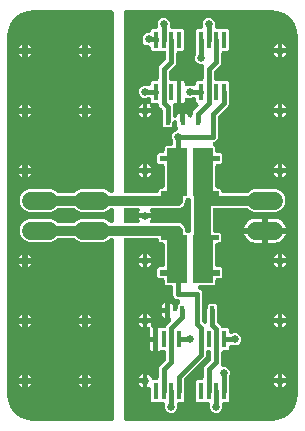
<source format=gbr>
G04 EAGLE Gerber X2 export*
%TF.Part,Single*%
%TF.FileFunction,Copper,L1,Top,Mixed*%
%TF.FilePolarity,Positive*%
%TF.GenerationSoftware,Autodesk,EAGLE,8.6.1*%
%TF.CreationDate,2018-02-11T16:56:18Z*%
G75*
%MOMM*%
%FSLAX34Y34*%
%LPD*%
%AMOC8*
5,1,8,0,0,1.08239X$1,22.5*%
G01*
%ADD10R,0.450000X1.450000*%
%ADD11R,0.400000X0.700000*%
%ADD12R,0.580000X2.500000*%
%ADD13C,1.524000*%
%ADD14C,0.650000*%
%ADD15C,0.406400*%
%ADD16C,0.450000*%
%ADD17C,1.473200*%
%ADD18C,0.812800*%

G36*
X250891Y32646D02*
X250891Y32646D01*
X250984Y32646D01*
X254004Y32884D01*
X254076Y32897D01*
X254150Y32900D01*
X254315Y32939D01*
X254400Y32955D01*
X254431Y32967D01*
X254472Y32977D01*
X260217Y34843D01*
X260357Y34905D01*
X260499Y34959D01*
X260546Y34988D01*
X260585Y35005D01*
X260656Y35054D01*
X260783Y35132D01*
X265669Y38682D01*
X265783Y38783D01*
X265902Y38879D01*
X265938Y38921D01*
X265970Y38949D01*
X266021Y39018D01*
X266118Y39131D01*
X269668Y44017D01*
X269745Y44149D01*
X269829Y44277D01*
X269850Y44328D01*
X269872Y44365D01*
X269899Y44446D01*
X269957Y44583D01*
X271823Y50328D01*
X271839Y50399D01*
X271863Y50468D01*
X271876Y50548D01*
X271878Y50555D01*
X271879Y50566D01*
X271890Y50636D01*
X271909Y50721D01*
X271910Y50754D01*
X271916Y50796D01*
X272154Y53816D01*
X272153Y53882D01*
X272160Y53975D01*
X272160Y358775D01*
X272154Y358841D01*
X272154Y358934D01*
X271916Y361954D01*
X271903Y362026D01*
X271900Y362100D01*
X271861Y362265D01*
X271845Y362350D01*
X271833Y362381D01*
X271823Y362422D01*
X269957Y368167D01*
X269895Y368306D01*
X269841Y368449D01*
X269812Y368496D01*
X269795Y368535D01*
X269746Y368606D01*
X269668Y368733D01*
X266118Y373619D01*
X266017Y373733D01*
X265921Y373852D01*
X265879Y373888D01*
X265851Y373920D01*
X265782Y373971D01*
X265669Y374068D01*
X260783Y377618D01*
X260651Y377695D01*
X260523Y377779D01*
X260472Y377800D01*
X260435Y377822D01*
X260354Y377849D01*
X260217Y377907D01*
X254472Y379773D01*
X254401Y379789D01*
X254332Y379813D01*
X254164Y379840D01*
X254079Y379859D01*
X254046Y379860D01*
X254004Y379866D01*
X250984Y380104D01*
X250918Y380103D01*
X250825Y380110D01*
X127000Y380110D01*
X126982Y380108D01*
X126964Y380110D01*
X126782Y380089D01*
X126599Y380070D01*
X126582Y380065D01*
X126565Y380063D01*
X126390Y380006D01*
X126214Y379952D01*
X126199Y379944D01*
X126182Y379938D01*
X126022Y379848D01*
X125860Y379760D01*
X125847Y379749D01*
X125831Y379740D01*
X125692Y379620D01*
X125551Y379503D01*
X125540Y379489D01*
X125527Y379477D01*
X125414Y379332D01*
X125299Y379189D01*
X125291Y379173D01*
X125280Y379159D01*
X125198Y378994D01*
X125113Y378832D01*
X125108Y378815D01*
X125100Y378799D01*
X125053Y378620D01*
X125002Y378445D01*
X125000Y378427D01*
X124996Y378410D01*
X124969Y378079D01*
X124969Y227171D01*
X124971Y227153D01*
X124969Y227135D01*
X124990Y226953D01*
X125009Y226770D01*
X125014Y226753D01*
X125016Y226736D01*
X125073Y226561D01*
X125127Y226385D01*
X125135Y226370D01*
X125141Y226353D01*
X125231Y226193D01*
X125319Y226031D01*
X125330Y226018D01*
X125339Y226002D01*
X125459Y225863D01*
X125576Y225722D01*
X125590Y225711D01*
X125602Y225697D01*
X125747Y225585D01*
X125890Y225470D01*
X125906Y225462D01*
X125920Y225451D01*
X126085Y225369D01*
X126247Y225284D01*
X126264Y225279D01*
X126281Y225271D01*
X126459Y225224D01*
X126634Y225173D01*
X126652Y225171D01*
X126669Y225167D01*
X127000Y225140D01*
X152443Y225140D01*
X152461Y225142D01*
X152479Y225140D01*
X152661Y225161D01*
X152844Y225180D01*
X152861Y225185D01*
X152878Y225187D01*
X153053Y225244D01*
X153229Y225298D01*
X153244Y225306D01*
X153261Y225312D01*
X153421Y225402D01*
X153583Y225490D01*
X153596Y225501D01*
X153612Y225510D01*
X153751Y225630D01*
X153892Y225747D01*
X153903Y225761D01*
X153917Y225773D01*
X154029Y225918D01*
X154144Y226061D01*
X154152Y226077D01*
X154163Y226091D01*
X154245Y226256D01*
X154330Y226418D01*
X154335Y226435D01*
X154343Y226451D01*
X154390Y226630D01*
X154441Y226805D01*
X154443Y226823D01*
X154447Y226840D01*
X154474Y227171D01*
X154474Y228004D01*
X155646Y229176D01*
X157443Y229176D01*
X157461Y229178D01*
X157479Y229176D01*
X157661Y229197D01*
X157844Y229216D01*
X157861Y229221D01*
X157878Y229223D01*
X158053Y229280D01*
X158229Y229334D01*
X158244Y229342D01*
X158261Y229348D01*
X158421Y229438D01*
X158583Y229526D01*
X158596Y229537D01*
X158612Y229546D01*
X158751Y229666D01*
X158892Y229783D01*
X158903Y229797D01*
X158917Y229809D01*
X159029Y229954D01*
X159144Y230097D01*
X159152Y230113D01*
X159163Y230127D01*
X159245Y230292D01*
X159330Y230454D01*
X159335Y230471D01*
X159343Y230487D01*
X159390Y230666D01*
X159441Y230841D01*
X159443Y230859D01*
X159447Y230876D01*
X159474Y231207D01*
X159474Y248143D01*
X159472Y248161D01*
X159474Y248179D01*
X159453Y248361D01*
X159434Y248544D01*
X159429Y248561D01*
X159427Y248578D01*
X159370Y248753D01*
X159316Y248929D01*
X159308Y248944D01*
X159302Y248961D01*
X159212Y249121D01*
X159124Y249283D01*
X159113Y249296D01*
X159104Y249312D01*
X158984Y249451D01*
X158867Y249592D01*
X158853Y249603D01*
X158841Y249617D01*
X158696Y249729D01*
X158553Y249844D01*
X158537Y249852D01*
X158523Y249863D01*
X158358Y249945D01*
X158196Y250030D01*
X158179Y250035D01*
X158163Y250043D01*
X157984Y250090D01*
X157809Y250141D01*
X157791Y250143D01*
X157774Y250147D01*
X157443Y250174D01*
X154646Y250174D01*
X153474Y251346D01*
X153474Y258004D01*
X154646Y259176D01*
X157443Y259176D01*
X157461Y259178D01*
X157479Y259176D01*
X157661Y259197D01*
X157844Y259216D01*
X157861Y259221D01*
X157878Y259223D01*
X158053Y259280D01*
X158229Y259334D01*
X158244Y259342D01*
X158261Y259348D01*
X158421Y259438D01*
X158583Y259526D01*
X158596Y259537D01*
X158612Y259546D01*
X158751Y259666D01*
X158892Y259783D01*
X158903Y259797D01*
X158917Y259809D01*
X159029Y259954D01*
X159144Y260097D01*
X159152Y260113D01*
X159163Y260127D01*
X159245Y260292D01*
X159330Y260454D01*
X159335Y260471D01*
X159343Y260487D01*
X159390Y260666D01*
X159441Y260841D01*
X159443Y260859D01*
X159447Y260876D01*
X159474Y261207D01*
X159474Y264004D01*
X160646Y265176D01*
X164693Y265176D01*
X164711Y265178D01*
X164729Y265176D01*
X164911Y265197D01*
X165094Y265216D01*
X165111Y265221D01*
X165128Y265223D01*
X165303Y265280D01*
X165479Y265334D01*
X165494Y265342D01*
X165511Y265348D01*
X165671Y265438D01*
X165833Y265526D01*
X165846Y265537D01*
X165862Y265546D01*
X166001Y265666D01*
X166142Y265783D01*
X166153Y265797D01*
X166167Y265809D01*
X166279Y265954D01*
X166394Y266097D01*
X166402Y266113D01*
X166413Y266127D01*
X166495Y266292D01*
X166580Y266454D01*
X166585Y266471D01*
X166593Y266487D01*
X166640Y266666D01*
X166691Y266841D01*
X166693Y266859D01*
X166697Y266876D01*
X166724Y267207D01*
X166724Y269187D01*
X166721Y269218D01*
X166723Y269250D01*
X166701Y269419D01*
X166684Y269588D01*
X166675Y269618D01*
X166671Y269649D01*
X166570Y269965D01*
X165724Y272006D01*
X165724Y274094D01*
X166524Y276024D01*
X168001Y277501D01*
X169969Y278316D01*
X169980Y278323D01*
X169993Y278327D01*
X170158Y278418D01*
X170323Y278507D01*
X170334Y278515D01*
X170346Y278522D01*
X170489Y278643D01*
X170634Y278763D01*
X170642Y278774D01*
X170653Y278782D01*
X170769Y278930D01*
X170887Y279076D01*
X170894Y279088D01*
X170902Y279098D01*
X170987Y279265D01*
X171075Y279432D01*
X171078Y279445D01*
X171084Y279457D01*
X171135Y279638D01*
X171188Y279819D01*
X171189Y279832D01*
X171192Y279845D01*
X171206Y280033D01*
X171222Y280220D01*
X171221Y280233D01*
X171222Y280247D01*
X171198Y280433D01*
X171177Y280620D01*
X171173Y280633D01*
X171171Y280646D01*
X171112Y280823D01*
X171054Y281003D01*
X171047Y281015D01*
X171043Y281028D01*
X170950Y281190D01*
X170858Y281355D01*
X170849Y281365D01*
X170842Y281377D01*
X170647Y281607D01*
X170307Y282194D01*
X170134Y282840D01*
X170134Y285054D01*
X170134Y285058D01*
X170134Y285063D01*
X170114Y285257D01*
X170094Y285454D01*
X170093Y285459D01*
X170093Y285463D01*
X170034Y285651D01*
X169976Y285839D01*
X169974Y285843D01*
X169973Y285848D01*
X169877Y286022D01*
X169784Y286193D01*
X169782Y286197D01*
X169779Y286201D01*
X169651Y286353D01*
X169527Y286503D01*
X169523Y286505D01*
X169520Y286509D01*
X169364Y286633D01*
X169213Y286755D01*
X169209Y286757D01*
X169205Y286760D01*
X169026Y286852D01*
X168856Y286940D01*
X168851Y286942D01*
X168847Y286944D01*
X168657Y286998D01*
X168469Y287052D01*
X168464Y287052D01*
X168460Y287053D01*
X168267Y287068D01*
X168067Y287085D01*
X168063Y287084D01*
X168058Y287085D01*
X167864Y287061D01*
X167668Y287038D01*
X167663Y287036D01*
X167659Y287036D01*
X167472Y286974D01*
X167285Y286913D01*
X167281Y286911D01*
X167277Y286909D01*
X167106Y286812D01*
X166934Y286715D01*
X166931Y286712D01*
X166927Y286710D01*
X166778Y286580D01*
X166630Y286452D01*
X166627Y286448D01*
X166623Y286445D01*
X166502Y286288D01*
X166383Y286134D01*
X166381Y286130D01*
X166378Y286126D01*
X166226Y285831D01*
X166130Y285599D01*
X166121Y285569D01*
X166107Y285541D01*
X166063Y285377D01*
X166014Y285214D01*
X166011Y285183D01*
X166003Y285153D01*
X165976Y284822D01*
X165976Y282346D01*
X164804Y281174D01*
X159146Y281174D01*
X157974Y282346D01*
X157974Y284822D01*
X157971Y284853D01*
X157973Y284884D01*
X157951Y285053D01*
X157934Y285223D01*
X157925Y285252D01*
X157921Y285283D01*
X157820Y285599D01*
X157724Y285829D01*
X157724Y295773D01*
X157722Y295799D01*
X157724Y295826D01*
X157702Y296000D01*
X157684Y296174D01*
X157677Y296199D01*
X157673Y296226D01*
X157618Y296391D01*
X157566Y296558D01*
X157553Y296582D01*
X157545Y296607D01*
X157458Y296759D01*
X157374Y296912D01*
X157357Y296933D01*
X157344Y296956D01*
X157129Y297209D01*
X156603Y297736D01*
X155121Y299217D01*
X154561Y300570D01*
X154550Y300590D01*
X154543Y300611D01*
X154455Y300768D01*
X154371Y300925D01*
X154357Y300942D01*
X154346Y300962D01*
X154228Y301098D01*
X154114Y301236D01*
X154097Y301250D01*
X154082Y301267D01*
X153941Y301376D01*
X153802Y301489D01*
X153782Y301500D01*
X153764Y301513D01*
X153604Y301593D01*
X153445Y301676D01*
X153424Y301683D01*
X153404Y301693D01*
X153231Y301739D01*
X153059Y301789D01*
X153037Y301791D01*
X153015Y301797D01*
X152684Y301824D01*
X149264Y301824D01*
X149252Y301823D01*
X149241Y301824D01*
X149052Y301803D01*
X148863Y301784D01*
X148852Y301781D01*
X148841Y301780D01*
X148659Y301722D01*
X148478Y301666D01*
X148468Y301661D01*
X148458Y301658D01*
X148291Y301565D01*
X148124Y301474D01*
X148115Y301467D01*
X148106Y301462D01*
X147960Y301338D01*
X147815Y301217D01*
X147808Y301208D01*
X147799Y301201D01*
X147682Y301051D01*
X147562Y300903D01*
X147557Y300893D01*
X147550Y300884D01*
X147464Y300714D01*
X147377Y300546D01*
X147374Y300535D01*
X147369Y300525D01*
X147318Y300341D01*
X147266Y300159D01*
X147265Y300148D01*
X147262Y300137D01*
X147248Y299946D01*
X147233Y299757D01*
X147234Y299746D01*
X147233Y299735D01*
X147258Y299545D01*
X147280Y299358D01*
X147283Y299347D01*
X147284Y299336D01*
X147345Y299156D01*
X147404Y298975D01*
X147410Y298965D01*
X147413Y298955D01*
X147575Y298664D01*
X148007Y298018D01*
X148301Y297306D01*
X144906Y297306D01*
X144906Y300701D01*
X145166Y300594D01*
X145179Y300590D01*
X145190Y300584D01*
X145371Y300532D01*
X145551Y300478D01*
X145564Y300476D01*
X145577Y300473D01*
X145766Y300457D01*
X145952Y300439D01*
X145965Y300441D01*
X145979Y300440D01*
X146165Y300462D01*
X146352Y300481D01*
X146365Y300485D01*
X146378Y300487D01*
X146558Y300545D01*
X146737Y300601D01*
X146748Y300607D01*
X146761Y300611D01*
X146926Y300704D01*
X147090Y300794D01*
X147100Y300803D01*
X147112Y300809D01*
X147254Y300932D01*
X147398Y301053D01*
X147406Y301064D01*
X147417Y301073D01*
X147531Y301220D01*
X147649Y301368D01*
X147655Y301380D01*
X147663Y301391D01*
X147747Y301559D01*
X147833Y301726D01*
X147837Y301739D01*
X147843Y301751D01*
X147892Y301934D01*
X147943Y302114D01*
X147944Y302127D01*
X147947Y302140D01*
X147974Y302471D01*
X147974Y304539D01*
X147973Y304552D01*
X147974Y304566D01*
X147953Y304752D01*
X147934Y304939D01*
X147930Y304952D01*
X147929Y304966D01*
X147871Y305145D01*
X147816Y305324D01*
X147810Y305336D01*
X147806Y305349D01*
X147714Y305514D01*
X147624Y305678D01*
X147616Y305689D01*
X147609Y305700D01*
X147487Y305844D01*
X147367Y305988D01*
X147356Y305996D01*
X147348Y306006D01*
X147199Y306123D01*
X147053Y306240D01*
X147041Y306246D01*
X147031Y306254D01*
X146861Y306339D01*
X146696Y306426D01*
X146683Y306429D01*
X146671Y306435D01*
X146488Y306485D01*
X146309Y306537D01*
X146295Y306538D01*
X146282Y306542D01*
X146094Y306554D01*
X145907Y306570D01*
X145894Y306568D01*
X145881Y306569D01*
X145693Y306545D01*
X145508Y306523D01*
X145495Y306519D01*
X145482Y306517D01*
X145166Y306415D01*
X143919Y305899D01*
X141831Y305899D01*
X139901Y306699D01*
X138424Y308176D01*
X137624Y310106D01*
X137624Y312194D01*
X138424Y314124D01*
X139901Y315601D01*
X141831Y316401D01*
X143919Y316401D01*
X145166Y315885D01*
X145179Y315881D01*
X145190Y315874D01*
X145370Y315823D01*
X145551Y315768D01*
X145564Y315767D01*
X145577Y315763D01*
X145765Y315748D01*
X145952Y315730D01*
X145965Y315731D01*
X145979Y315730D01*
X146165Y315752D01*
X146352Y315772D01*
X146365Y315776D01*
X146378Y315777D01*
X146557Y315835D01*
X146737Y315891D01*
X146748Y315898D01*
X146761Y315902D01*
X146925Y315994D01*
X147090Y316085D01*
X147100Y316093D01*
X147112Y316100D01*
X147254Y316222D01*
X147398Y316344D01*
X147406Y316354D01*
X147417Y316363D01*
X147531Y316511D01*
X147649Y316659D01*
X147655Y316671D01*
X147663Y316681D01*
X147747Y316849D01*
X147833Y317017D01*
X147837Y317030D01*
X147843Y317042D01*
X147892Y317224D01*
X147943Y317404D01*
X147944Y317417D01*
X147947Y317430D01*
X147974Y317761D01*
X147974Y319154D01*
X149146Y320326D01*
X152443Y320326D01*
X152461Y320328D01*
X152479Y320326D01*
X152661Y320347D01*
X152844Y320366D01*
X152861Y320371D01*
X152878Y320373D01*
X153053Y320430D01*
X153229Y320484D01*
X153244Y320492D01*
X153261Y320498D01*
X153421Y320588D01*
X153583Y320676D01*
X153596Y320687D01*
X153612Y320696D01*
X153751Y320816D01*
X153892Y320933D01*
X153903Y320947D01*
X153917Y320959D01*
X154029Y321104D01*
X154144Y321247D01*
X154152Y321263D01*
X154163Y321277D01*
X154245Y321442D01*
X154330Y321604D01*
X154335Y321621D01*
X154343Y321637D01*
X154390Y321816D01*
X154441Y321991D01*
X154443Y322009D01*
X154447Y322026D01*
X154474Y322357D01*
X154474Y331021D01*
X155121Y332583D01*
X160379Y337841D01*
X160396Y337861D01*
X160417Y337879D01*
X160524Y338017D01*
X160634Y338152D01*
X160647Y338176D01*
X160663Y338197D01*
X160741Y338354D01*
X160823Y338508D01*
X160831Y338533D01*
X160843Y338558D01*
X160888Y338727D01*
X160938Y338894D01*
X160940Y338920D01*
X160947Y338946D01*
X160974Y339277D01*
X160974Y343793D01*
X160972Y343811D01*
X160974Y343829D01*
X160953Y344011D01*
X160934Y344194D01*
X160929Y344211D01*
X160927Y344228D01*
X160870Y344403D01*
X160816Y344579D01*
X160808Y344594D01*
X160802Y344611D01*
X160712Y344771D01*
X160624Y344933D01*
X160613Y344946D01*
X160604Y344962D01*
X160484Y345101D01*
X160367Y345242D01*
X160353Y345253D01*
X160341Y345267D01*
X160196Y345379D01*
X160053Y345494D01*
X160037Y345502D01*
X160023Y345513D01*
X159858Y345595D01*
X159696Y345680D01*
X159679Y345685D01*
X159663Y345693D01*
X159484Y345740D01*
X159309Y345791D01*
X159291Y345793D01*
X159274Y345797D01*
X158943Y345824D01*
X149146Y345824D01*
X147974Y346996D01*
X147974Y348318D01*
X147972Y348336D01*
X147974Y348354D01*
X147953Y348536D01*
X147934Y348719D01*
X147929Y348736D01*
X147927Y348753D01*
X147870Y348928D01*
X147816Y349104D01*
X147808Y349119D01*
X147802Y349136D01*
X147712Y349296D01*
X147624Y349458D01*
X147613Y349471D01*
X147604Y349487D01*
X147484Y349626D01*
X147367Y349767D01*
X147353Y349778D01*
X147341Y349792D01*
X147196Y349904D01*
X147053Y350019D01*
X147037Y350027D01*
X147023Y350038D01*
X146858Y350120D01*
X146696Y350205D01*
X146679Y350210D01*
X146663Y350218D01*
X146484Y350265D01*
X146309Y350316D01*
X146291Y350318D01*
X146274Y350322D01*
X145943Y350349D01*
X145006Y350349D01*
X143076Y351149D01*
X141599Y352626D01*
X140799Y354556D01*
X140799Y356644D01*
X141599Y358574D01*
X143076Y360051D01*
X145006Y360851D01*
X145943Y360851D01*
X145961Y360853D01*
X145979Y360851D01*
X146161Y360872D01*
X146344Y360891D01*
X146361Y360896D01*
X146378Y360898D01*
X146553Y360955D01*
X146729Y361009D01*
X146744Y361017D01*
X146761Y361023D01*
X146921Y361113D01*
X147083Y361201D01*
X147096Y361212D01*
X147112Y361221D01*
X147251Y361341D01*
X147392Y361458D01*
X147403Y361472D01*
X147417Y361484D01*
X147529Y361629D01*
X147644Y361772D01*
X147652Y361788D01*
X147663Y361802D01*
X147745Y361967D01*
X147830Y362129D01*
X147835Y362146D01*
X147843Y362162D01*
X147890Y362341D01*
X147941Y362516D01*
X147943Y362534D01*
X147947Y362551D01*
X147974Y362882D01*
X147974Y363154D01*
X149146Y364326D01*
X151673Y364326D01*
X151686Y364327D01*
X151700Y364326D01*
X151886Y364347D01*
X152073Y364366D01*
X152086Y364370D01*
X152100Y364371D01*
X152279Y364429D01*
X152458Y364484D01*
X152470Y364490D01*
X152483Y364494D01*
X152648Y364586D01*
X152812Y364676D01*
X152823Y364684D01*
X152834Y364691D01*
X152977Y364813D01*
X153122Y364933D01*
X153130Y364944D01*
X153140Y364952D01*
X153256Y365100D01*
X153374Y365247D01*
X153380Y365259D01*
X153388Y365269D01*
X153473Y365438D01*
X153560Y365604D01*
X153563Y365617D01*
X153569Y365629D01*
X153619Y365810D01*
X153671Y365991D01*
X153672Y366005D01*
X153676Y366018D01*
X153688Y366206D01*
X153704Y366393D01*
X153702Y366406D01*
X153703Y366419D01*
X153679Y366607D01*
X153657Y366792D01*
X153653Y366805D01*
X153651Y366818D01*
X153549Y367134D01*
X153499Y367256D01*
X153499Y369344D01*
X154299Y371274D01*
X155776Y372751D01*
X157706Y373551D01*
X159794Y373551D01*
X161724Y372751D01*
X163201Y371274D01*
X164001Y369344D01*
X164001Y367256D01*
X163951Y367134D01*
X163947Y367121D01*
X163940Y367110D01*
X163889Y366930D01*
X163834Y366749D01*
X163833Y366736D01*
X163829Y366723D01*
X163814Y366535D01*
X163796Y366348D01*
X163797Y366335D01*
X163796Y366321D01*
X163818Y366135D01*
X163838Y365948D01*
X163842Y365935D01*
X163843Y365922D01*
X163901Y365743D01*
X163957Y365563D01*
X163964Y365552D01*
X163968Y365539D01*
X164061Y365374D01*
X164151Y365210D01*
X164159Y365200D01*
X164166Y365188D01*
X164289Y365046D01*
X164410Y364902D01*
X164420Y364894D01*
X164429Y364883D01*
X164577Y364768D01*
X164725Y364651D01*
X164737Y364645D01*
X164747Y364637D01*
X164916Y364553D01*
X165083Y364467D01*
X165096Y364463D01*
X165108Y364457D01*
X165290Y364408D01*
X165470Y364357D01*
X165483Y364356D01*
X165496Y364353D01*
X165827Y364326D01*
X174804Y364326D01*
X175976Y363154D01*
X175976Y346996D01*
X174804Y345824D01*
X171507Y345824D01*
X171489Y345822D01*
X171471Y345824D01*
X171289Y345803D01*
X171106Y345784D01*
X171089Y345779D01*
X171072Y345777D01*
X170897Y345720D01*
X170721Y345666D01*
X170706Y345658D01*
X170689Y345652D01*
X170529Y345562D01*
X170367Y345474D01*
X170354Y345463D01*
X170338Y345454D01*
X170199Y345334D01*
X170058Y345217D01*
X170047Y345203D01*
X170033Y345191D01*
X169921Y345046D01*
X169806Y344903D01*
X169798Y344887D01*
X169787Y344873D01*
X169705Y344708D01*
X169620Y344546D01*
X169615Y344529D01*
X169607Y344513D01*
X169560Y344334D01*
X169509Y344159D01*
X169507Y344141D01*
X169503Y344124D01*
X169476Y343793D01*
X169476Y335829D01*
X168829Y334267D01*
X163571Y329009D01*
X163554Y328989D01*
X163533Y328971D01*
X163426Y328833D01*
X163316Y328698D01*
X163303Y328674D01*
X163287Y328653D01*
X163209Y328496D01*
X163127Y328342D01*
X163119Y328317D01*
X163107Y328292D01*
X163062Y328123D01*
X163012Y327956D01*
X163010Y327930D01*
X163003Y327904D01*
X162976Y327573D01*
X162976Y322357D01*
X162978Y322339D01*
X162976Y322321D01*
X162997Y322139D01*
X163016Y321956D01*
X163021Y321939D01*
X163023Y321922D01*
X163080Y321747D01*
X163134Y321571D01*
X163142Y321556D01*
X163148Y321539D01*
X163238Y321379D01*
X163326Y321217D01*
X163337Y321204D01*
X163346Y321188D01*
X163466Y321049D01*
X163583Y320908D01*
X163597Y320897D01*
X163609Y320883D01*
X163754Y320771D01*
X163897Y320656D01*
X163913Y320648D01*
X163927Y320637D01*
X164092Y320555D01*
X164254Y320470D01*
X164271Y320465D01*
X164287Y320457D01*
X164466Y320410D01*
X164641Y320359D01*
X164659Y320357D01*
X164676Y320353D01*
X165007Y320326D01*
X167315Y320326D01*
X167477Y320342D01*
X167641Y320352D01*
X167678Y320362D01*
X167715Y320366D01*
X167872Y320414D01*
X168030Y320456D01*
X168068Y320474D01*
X168100Y320484D01*
X168177Y320525D01*
X168330Y320598D01*
X168494Y320693D01*
X169140Y320866D01*
X169694Y320866D01*
X169694Y311075D01*
X169694Y301284D01*
X169141Y301284D01*
X168783Y301380D01*
X168702Y301393D01*
X168623Y301416D01*
X168503Y301426D01*
X168385Y301445D01*
X168303Y301442D01*
X168221Y301449D01*
X168103Y301435D01*
X167983Y301431D01*
X167903Y301412D01*
X167822Y301402D01*
X167708Y301365D01*
X167591Y301337D01*
X167517Y301303D01*
X167439Y301277D01*
X167335Y301218D01*
X167226Y301168D01*
X167160Y301120D01*
X167088Y301079D01*
X166998Y301001D01*
X166901Y300931D01*
X166846Y300870D01*
X166783Y300816D01*
X166710Y300722D01*
X166629Y300633D01*
X166587Y300563D01*
X166537Y300498D01*
X166483Y300391D01*
X166422Y300289D01*
X166394Y300211D01*
X166357Y300138D01*
X166326Y300022D01*
X166286Y299909D01*
X166274Y299828D01*
X166253Y299749D01*
X166240Y299597D01*
X166228Y299511D01*
X166230Y299471D01*
X166226Y299418D01*
X166226Y291351D01*
X166239Y291215D01*
X166244Y291077D01*
X166259Y291015D01*
X166266Y290951D01*
X166306Y290820D01*
X166338Y290686D01*
X166365Y290627D01*
X166384Y290566D01*
X166449Y290445D01*
X166507Y290320D01*
X166545Y290269D01*
X166576Y290212D01*
X166664Y290106D01*
X166745Y289995D01*
X166792Y289952D01*
X166833Y289903D01*
X166940Y289816D01*
X167042Y289724D01*
X167097Y289691D01*
X167147Y289650D01*
X167269Y289587D01*
X167387Y289516D01*
X167447Y289494D01*
X167504Y289465D01*
X167636Y289427D01*
X167766Y289380D01*
X167829Y289371D01*
X167891Y289353D01*
X168028Y289342D01*
X168164Y289322D01*
X168228Y289326D01*
X168293Y289321D01*
X168429Y289337D01*
X168566Y289344D01*
X168628Y289360D01*
X168692Y289367D01*
X168823Y289410D01*
X168956Y289444D01*
X169014Y289472D01*
X169075Y289492D01*
X169195Y289560D01*
X169319Y289620D01*
X169370Y289658D01*
X169426Y289690D01*
X169530Y289780D01*
X169639Y289863D01*
X169682Y289911D01*
X169730Y289953D01*
X169815Y290062D01*
X169906Y290165D01*
X169938Y290221D01*
X169977Y290271D01*
X170038Y290394D01*
X170107Y290513D01*
X170132Y290583D01*
X170157Y290632D01*
X170177Y290709D01*
X170219Y290826D01*
X170307Y291156D01*
X170642Y291735D01*
X171115Y292208D01*
X171694Y292543D01*
X172340Y292716D01*
X172644Y292716D01*
X172644Y286675D01*
X172645Y286658D01*
X172644Y286640D01*
X172665Y286457D01*
X172683Y286275D01*
X172689Y286258D01*
X172691Y286240D01*
X172748Y286065D01*
X172802Y285890D01*
X172810Y285874D01*
X172816Y285857D01*
X172906Y285697D01*
X172993Y285536D01*
X173005Y285522D01*
X173014Y285507D01*
X173134Y285367D01*
X173251Y285227D01*
X173265Y285215D01*
X173277Y285202D01*
X173422Y285089D01*
X173565Y284974D01*
X173581Y284966D01*
X173595Y284955D01*
X173760Y284873D01*
X173922Y284789D01*
X173939Y284784D01*
X173955Y284776D01*
X174133Y284728D01*
X174309Y284677D01*
X174327Y284676D01*
X174344Y284671D01*
X174675Y284644D01*
X174693Y284646D01*
X174710Y284644D01*
X174711Y284644D01*
X174893Y284666D01*
X175076Y284684D01*
X175093Y284689D01*
X175111Y284691D01*
X175285Y284748D01*
X175461Y284802D01*
X175476Y284811D01*
X175493Y284816D01*
X175654Y284907D01*
X175815Y284994D01*
X175828Y285005D01*
X175844Y285014D01*
X175983Y285134D01*
X176124Y285252D01*
X176135Y285266D01*
X176149Y285277D01*
X176261Y285422D01*
X176376Y285565D01*
X176385Y285581D01*
X176395Y285595D01*
X176477Y285760D01*
X176562Y285923D01*
X176567Y285940D01*
X176575Y285956D01*
X176623Y286134D01*
X176673Y286310D01*
X176675Y286327D01*
X176679Y286345D01*
X176706Y286675D01*
X176706Y292716D01*
X177010Y292716D01*
X177656Y292543D01*
X178235Y292208D01*
X178708Y291735D01*
X179043Y291156D01*
X179131Y290826D01*
X179179Y290697D01*
X179220Y290566D01*
X179250Y290509D01*
X179273Y290449D01*
X179346Y290333D01*
X179412Y290212D01*
X179453Y290163D01*
X179487Y290108D01*
X179582Y290008D01*
X179669Y289903D01*
X179719Y289862D01*
X179764Y289816D01*
X179876Y289736D01*
X179983Y289650D01*
X180040Y289621D01*
X180093Y289584D01*
X180219Y289528D01*
X180340Y289465D01*
X180402Y289447D01*
X180461Y289421D01*
X180595Y289391D01*
X180727Y289353D01*
X180792Y289348D01*
X180854Y289334D01*
X180991Y289332D01*
X181129Y289321D01*
X181193Y289328D01*
X181257Y289327D01*
X181392Y289351D01*
X181528Y289367D01*
X181590Y289387D01*
X181653Y289399D01*
X181780Y289450D01*
X181911Y289492D01*
X181967Y289524D01*
X182027Y289548D01*
X182142Y289623D01*
X182262Y289690D01*
X182311Y289732D01*
X182364Y289767D01*
X182462Y289863D01*
X182567Y289953D01*
X182606Y290004D01*
X182652Y290049D01*
X182729Y290163D01*
X182813Y290271D01*
X182842Y290329D01*
X182878Y290382D01*
X182931Y290509D01*
X182993Y290632D01*
X183009Y290694D01*
X183034Y290753D01*
X183061Y290888D01*
X183097Y291021D01*
X183103Y291094D01*
X183114Y291148D01*
X183114Y291228D01*
X183124Y291351D01*
X183124Y292996D01*
X183771Y294558D01*
X187706Y298492D01*
X187717Y298506D01*
X187731Y298518D01*
X187845Y298662D01*
X187961Y298804D01*
X187969Y298819D01*
X187980Y298833D01*
X188063Y298997D01*
X188149Y299159D01*
X188155Y299176D01*
X188163Y299192D01*
X188212Y299369D01*
X188264Y299545D01*
X188266Y299563D01*
X188271Y299580D01*
X188284Y299763D01*
X188301Y299946D01*
X188299Y299964D01*
X188300Y299982D01*
X188277Y300164D01*
X188257Y300347D01*
X188252Y300364D01*
X188250Y300381D01*
X188191Y300555D01*
X188136Y300730D01*
X188127Y300746D01*
X188121Y300763D01*
X188030Y300922D01*
X187941Y301083D01*
X187929Y301096D01*
X187920Y301112D01*
X187706Y301365D01*
X186074Y302996D01*
X186074Y304539D01*
X186073Y304552D01*
X186074Y304566D01*
X186053Y304752D01*
X186034Y304940D01*
X186030Y304952D01*
X186029Y304966D01*
X185971Y305144D01*
X185916Y305324D01*
X185910Y305336D01*
X185906Y305349D01*
X185814Y305513D01*
X185724Y305678D01*
X185716Y305689D01*
X185709Y305700D01*
X185587Y305844D01*
X185467Y305988D01*
X185456Y305996D01*
X185448Y306006D01*
X185299Y306123D01*
X185153Y306240D01*
X185141Y306246D01*
X185131Y306255D01*
X184961Y306339D01*
X184796Y306426D01*
X184783Y306429D01*
X184771Y306435D01*
X184589Y306485D01*
X184409Y306537D01*
X184395Y306538D01*
X184382Y306542D01*
X184196Y306554D01*
X184007Y306570D01*
X183994Y306568D01*
X183981Y306569D01*
X183795Y306545D01*
X183608Y306523D01*
X183595Y306519D01*
X183582Y306517D01*
X183266Y306416D01*
X182019Y305899D01*
X179931Y305899D01*
X179324Y306150D01*
X179311Y306154D01*
X179300Y306160D01*
X179119Y306212D01*
X178939Y306267D01*
X178926Y306268D01*
X178913Y306272D01*
X178724Y306287D01*
X178538Y306305D01*
X178525Y306304D01*
X178511Y306305D01*
X178325Y306283D01*
X178138Y306263D01*
X178125Y306259D01*
X178112Y306258D01*
X177934Y306200D01*
X177753Y306144D01*
X177742Y306137D01*
X177729Y306133D01*
X177565Y306040D01*
X177400Y305950D01*
X177390Y305942D01*
X177378Y305935D01*
X177236Y305812D01*
X177092Y305691D01*
X177084Y305681D01*
X177073Y305672D01*
X176959Y305524D01*
X176841Y305376D01*
X176835Y305364D01*
X176827Y305354D01*
X176743Y305186D01*
X176657Y305018D01*
X176653Y305005D01*
X176647Y304993D01*
X176598Y304811D01*
X176547Y304631D01*
X176546Y304618D01*
X176543Y304604D01*
X176516Y304274D01*
X176516Y303490D01*
X176343Y302844D01*
X176008Y302265D01*
X175535Y301792D01*
X174956Y301457D01*
X174310Y301284D01*
X173756Y301284D01*
X173756Y311075D01*
X173756Y320866D01*
X174310Y320866D01*
X174956Y320693D01*
X175535Y320358D01*
X176008Y319885D01*
X176343Y319306D01*
X176516Y318660D01*
X176516Y318026D01*
X176517Y318013D01*
X176516Y318000D01*
X176537Y317813D01*
X176556Y317626D01*
X176560Y317613D01*
X176561Y317599D01*
X176618Y317421D01*
X176674Y317241D01*
X176680Y317229D01*
X176684Y317216D01*
X176776Y317052D01*
X176866Y316887D01*
X176874Y316876D01*
X176881Y316865D01*
X177004Y316721D01*
X177123Y316577D01*
X177134Y316569D01*
X177142Y316559D01*
X177291Y316442D01*
X177437Y316325D01*
X177449Y316319D01*
X177459Y316311D01*
X177629Y316226D01*
X177794Y316140D01*
X177807Y316136D01*
X177819Y316130D01*
X178001Y316080D01*
X178181Y316028D01*
X178195Y316027D01*
X178208Y316024D01*
X178394Y316011D01*
X178583Y315995D01*
X178596Y315997D01*
X178609Y315996D01*
X178796Y316020D01*
X178982Y316042D01*
X178995Y316046D01*
X179008Y316048D01*
X179324Y316150D01*
X179931Y316401D01*
X182019Y316401D01*
X183266Y315884D01*
X183279Y315881D01*
X183290Y315874D01*
X183471Y315823D01*
X183651Y315768D01*
X183664Y315767D01*
X183677Y315763D01*
X183866Y315748D01*
X184052Y315730D01*
X184065Y315731D01*
X184079Y315730D01*
X184265Y315752D01*
X184452Y315772D01*
X184465Y315776D01*
X184478Y315777D01*
X184656Y315835D01*
X184837Y315891D01*
X184848Y315898D01*
X184861Y315902D01*
X185025Y315994D01*
X185190Y316085D01*
X185200Y316093D01*
X185212Y316100D01*
X185354Y316223D01*
X185498Y316344D01*
X185506Y316354D01*
X185517Y316363D01*
X185631Y316511D01*
X185749Y316659D01*
X185755Y316671D01*
X185763Y316681D01*
X185847Y316849D01*
X185933Y317017D01*
X185937Y317030D01*
X185943Y317042D01*
X185992Y317224D01*
X186043Y317404D01*
X186044Y317417D01*
X186047Y317430D01*
X186074Y317761D01*
X186074Y319154D01*
X187246Y320326D01*
X190543Y320326D01*
X190561Y320328D01*
X190579Y320326D01*
X190761Y320347D01*
X190944Y320366D01*
X190961Y320371D01*
X190978Y320373D01*
X191153Y320430D01*
X191329Y320484D01*
X191344Y320492D01*
X191361Y320498D01*
X191521Y320588D01*
X191683Y320676D01*
X191696Y320687D01*
X191712Y320696D01*
X191851Y320816D01*
X191992Y320933D01*
X192003Y320947D01*
X192017Y320959D01*
X192129Y321104D01*
X192244Y321247D01*
X192252Y321263D01*
X192263Y321277D01*
X192345Y321442D01*
X192430Y321604D01*
X192435Y321621D01*
X192443Y321637D01*
X192490Y321816D01*
X192541Y321991D01*
X192543Y322009D01*
X192547Y322026D01*
X192574Y322357D01*
X192574Y331020D01*
X192842Y331666D01*
X192845Y331679D01*
X192852Y331690D01*
X192903Y331871D01*
X192958Y332051D01*
X192959Y332064D01*
X192963Y332077D01*
X192978Y332266D01*
X192996Y332452D01*
X192995Y332465D01*
X192996Y332479D01*
X192974Y332665D01*
X192954Y332852D01*
X192950Y332865D01*
X192949Y332878D01*
X192891Y333056D01*
X192835Y333237D01*
X192828Y333248D01*
X192824Y333261D01*
X192732Y333425D01*
X192641Y333590D01*
X192633Y333600D01*
X192626Y333612D01*
X192503Y333754D01*
X192382Y333898D01*
X192372Y333906D01*
X192363Y333917D01*
X192214Y334032D01*
X192067Y334149D01*
X192056Y334155D01*
X192045Y334163D01*
X191876Y334247D01*
X191709Y334333D01*
X191696Y334337D01*
X191684Y334343D01*
X191502Y334392D01*
X191322Y334443D01*
X191309Y334444D01*
X191296Y334447D01*
X190965Y334474D01*
X189456Y334474D01*
X187526Y335274D01*
X186049Y336751D01*
X185249Y338681D01*
X185249Y340769D01*
X185920Y342388D01*
X185929Y342418D01*
X185943Y342446D01*
X185987Y342610D01*
X186036Y342773D01*
X186039Y342804D01*
X186047Y342834D01*
X186074Y343165D01*
X186074Y363154D01*
X187246Y364326D01*
X189773Y364326D01*
X189786Y364327D01*
X189800Y364326D01*
X189987Y364347D01*
X190174Y364366D01*
X190186Y364370D01*
X190200Y364371D01*
X190379Y364429D01*
X190558Y364484D01*
X190570Y364490D01*
X190583Y364494D01*
X190747Y364586D01*
X190912Y364676D01*
X190923Y364684D01*
X190935Y364691D01*
X191078Y364813D01*
X191222Y364933D01*
X191230Y364944D01*
X191240Y364953D01*
X191357Y365101D01*
X191474Y365247D01*
X191480Y365259D01*
X191489Y365270D01*
X191573Y365439D01*
X191660Y365604D01*
X191663Y365617D01*
X191669Y365629D01*
X191719Y365811D01*
X191771Y365991D01*
X191772Y366005D01*
X191776Y366018D01*
X191788Y366204D01*
X191804Y366393D01*
X191802Y366406D01*
X191803Y366419D01*
X191779Y366606D01*
X191757Y366792D01*
X191753Y366805D01*
X191751Y366819D01*
X191649Y367134D01*
X191599Y367256D01*
X191599Y369344D01*
X192399Y371274D01*
X193876Y372751D01*
X195806Y373551D01*
X197894Y373551D01*
X199824Y372751D01*
X201301Y371274D01*
X202101Y369344D01*
X202101Y367256D01*
X202051Y367134D01*
X202047Y367121D01*
X202040Y367110D01*
X201989Y366930D01*
X201934Y366749D01*
X201933Y366736D01*
X201929Y366723D01*
X201914Y366535D01*
X201896Y366348D01*
X201897Y366335D01*
X201896Y366321D01*
X201918Y366134D01*
X201938Y365948D01*
X201942Y365935D01*
X201943Y365922D01*
X202001Y365743D01*
X202057Y365563D01*
X202064Y365552D01*
X202068Y365539D01*
X202161Y365374D01*
X202251Y365210D01*
X202259Y365200D01*
X202266Y365188D01*
X202389Y365046D01*
X202510Y364902D01*
X202520Y364894D01*
X202529Y364883D01*
X202677Y364768D01*
X202825Y364651D01*
X202836Y364645D01*
X202847Y364637D01*
X203016Y364553D01*
X203183Y364467D01*
X203196Y364463D01*
X203208Y364457D01*
X203390Y364408D01*
X203570Y364357D01*
X203583Y364356D01*
X203596Y364353D01*
X203927Y364326D01*
X212904Y364326D01*
X214076Y363154D01*
X214076Y346996D01*
X212904Y345824D01*
X209607Y345824D01*
X209589Y345822D01*
X209571Y345824D01*
X209389Y345803D01*
X209206Y345784D01*
X209189Y345779D01*
X209172Y345777D01*
X208997Y345720D01*
X208821Y345666D01*
X208806Y345658D01*
X208789Y345652D01*
X208629Y345562D01*
X208467Y345474D01*
X208454Y345463D01*
X208438Y345454D01*
X208299Y345334D01*
X208158Y345217D01*
X208147Y345203D01*
X208133Y345191D01*
X208021Y345046D01*
X207906Y344903D01*
X207898Y344887D01*
X207887Y344873D01*
X207805Y344708D01*
X207720Y344546D01*
X207715Y344529D01*
X207707Y344513D01*
X207660Y344334D01*
X207609Y344159D01*
X207607Y344141D01*
X207603Y344124D01*
X207576Y343793D01*
X207576Y335829D01*
X206929Y334267D01*
X201671Y329009D01*
X201654Y328989D01*
X201633Y328971D01*
X201526Y328833D01*
X201416Y328698D01*
X201403Y328674D01*
X201387Y328653D01*
X201309Y328496D01*
X201227Y328342D01*
X201219Y328317D01*
X201207Y328292D01*
X201162Y328123D01*
X201112Y327956D01*
X201110Y327930D01*
X201103Y327904D01*
X201076Y327573D01*
X201076Y322357D01*
X201078Y322339D01*
X201076Y322321D01*
X201097Y322139D01*
X201116Y321956D01*
X201121Y321939D01*
X201123Y321922D01*
X201180Y321747D01*
X201234Y321571D01*
X201242Y321556D01*
X201248Y321539D01*
X201338Y321379D01*
X201426Y321217D01*
X201437Y321204D01*
X201446Y321188D01*
X201566Y321049D01*
X201683Y320908D01*
X201697Y320897D01*
X201709Y320883D01*
X201854Y320771D01*
X201997Y320656D01*
X202013Y320648D01*
X202027Y320637D01*
X202192Y320555D01*
X202354Y320470D01*
X202371Y320465D01*
X202387Y320457D01*
X202566Y320410D01*
X202741Y320359D01*
X202759Y320357D01*
X202776Y320353D01*
X203107Y320326D01*
X212904Y320326D01*
X214076Y319154D01*
X214076Y301054D01*
X213429Y299492D01*
X204921Y290984D01*
X204904Y290964D01*
X204883Y290946D01*
X204776Y290808D01*
X204666Y290673D01*
X204653Y290649D01*
X204637Y290628D01*
X204559Y290471D01*
X204477Y290317D01*
X204469Y290292D01*
X204457Y290267D01*
X204412Y290098D01*
X204362Y289931D01*
X204360Y289905D01*
X204353Y289879D01*
X204326Y289548D01*
X204326Y272204D01*
X203679Y270642D01*
X202483Y269446D01*
X201438Y269014D01*
X201426Y269007D01*
X201413Y269003D01*
X201249Y268912D01*
X201083Y268823D01*
X201073Y268815D01*
X201061Y268808D01*
X200918Y268687D01*
X200773Y268567D01*
X200764Y268557D01*
X200754Y268548D01*
X200637Y268400D01*
X200519Y268254D01*
X200513Y268242D01*
X200504Y268232D01*
X200419Y268065D01*
X200332Y267898D01*
X200328Y267885D01*
X200322Y267873D01*
X200271Y267692D01*
X200219Y267511D01*
X200218Y267498D01*
X200214Y267485D01*
X200200Y267296D01*
X200184Y267110D01*
X200186Y267097D01*
X200185Y267084D01*
X200208Y266896D01*
X200229Y266710D01*
X200233Y266697D01*
X200235Y266684D01*
X200295Y266506D01*
X200352Y266327D01*
X200359Y266315D01*
X200363Y266302D01*
X200457Y266140D01*
X200549Y265975D01*
X200558Y265965D01*
X200564Y265954D01*
X200779Y265701D01*
X202476Y264004D01*
X202476Y261207D01*
X202478Y261189D01*
X202476Y261171D01*
X202497Y260989D01*
X202516Y260806D01*
X202521Y260789D01*
X202523Y260772D01*
X202580Y260597D01*
X202634Y260421D01*
X202642Y260406D01*
X202648Y260389D01*
X202738Y260229D01*
X202826Y260067D01*
X202837Y260054D01*
X202846Y260038D01*
X202966Y259899D01*
X203083Y259758D01*
X203097Y259747D01*
X203109Y259733D01*
X203254Y259621D01*
X203397Y259506D01*
X203413Y259498D01*
X203427Y259487D01*
X203592Y259405D01*
X203754Y259320D01*
X203771Y259315D01*
X203787Y259307D01*
X203966Y259260D01*
X204141Y259209D01*
X204159Y259207D01*
X204176Y259203D01*
X204507Y259176D01*
X207304Y259176D01*
X208476Y258004D01*
X208476Y251346D01*
X207304Y250174D01*
X204507Y250174D01*
X204489Y250172D01*
X204471Y250174D01*
X204289Y250153D01*
X204106Y250134D01*
X204089Y250129D01*
X204072Y250127D01*
X203897Y250070D01*
X203721Y250016D01*
X203706Y250008D01*
X203689Y250002D01*
X203529Y249912D01*
X203367Y249824D01*
X203354Y249813D01*
X203338Y249804D01*
X203199Y249684D01*
X203058Y249567D01*
X203047Y249553D01*
X203033Y249541D01*
X202921Y249396D01*
X202806Y249253D01*
X202798Y249237D01*
X202787Y249223D01*
X202705Y249058D01*
X202620Y248896D01*
X202615Y248879D01*
X202607Y248863D01*
X202560Y248684D01*
X202509Y248509D01*
X202507Y248491D01*
X202503Y248474D01*
X202476Y248143D01*
X202476Y231207D01*
X202478Y231189D01*
X202476Y231171D01*
X202497Y230989D01*
X202516Y230806D01*
X202521Y230789D01*
X202523Y230772D01*
X202580Y230597D01*
X202634Y230421D01*
X202642Y230406D01*
X202648Y230389D01*
X202738Y230229D01*
X202826Y230067D01*
X202837Y230054D01*
X202846Y230038D01*
X202966Y229899D01*
X203083Y229758D01*
X203097Y229747D01*
X203109Y229733D01*
X203254Y229621D01*
X203397Y229506D01*
X203413Y229498D01*
X203427Y229487D01*
X203592Y229405D01*
X203754Y229320D01*
X203771Y229315D01*
X203787Y229307D01*
X203966Y229260D01*
X204141Y229209D01*
X204159Y229207D01*
X204176Y229203D01*
X204507Y229176D01*
X206304Y229176D01*
X207476Y228004D01*
X207476Y227171D01*
X207478Y227153D01*
X207476Y227135D01*
X207497Y226953D01*
X207516Y226770D01*
X207521Y226753D01*
X207523Y226736D01*
X207580Y226561D01*
X207634Y226385D01*
X207642Y226370D01*
X207648Y226353D01*
X207738Y226193D01*
X207826Y226031D01*
X207837Y226018D01*
X207846Y226002D01*
X207966Y225863D01*
X208083Y225722D01*
X208097Y225711D01*
X208109Y225697D01*
X208254Y225585D01*
X208397Y225470D01*
X208413Y225462D01*
X208427Y225451D01*
X208592Y225369D01*
X208754Y225284D01*
X208771Y225279D01*
X208787Y225271D01*
X208966Y225224D01*
X209141Y225173D01*
X209159Y225171D01*
X209176Y225167D01*
X209507Y225140D01*
X228473Y225140D01*
X228499Y225142D01*
X228526Y225140D01*
X228700Y225162D01*
X228873Y225180D01*
X228899Y225187D01*
X228925Y225191D01*
X229091Y225246D01*
X229258Y225298D01*
X229282Y225311D01*
X229307Y225319D01*
X229459Y225406D01*
X229612Y225490D01*
X229633Y225507D01*
X229656Y225520D01*
X229909Y225735D01*
X231405Y227231D01*
X234941Y228696D01*
X254009Y228696D01*
X257545Y227231D01*
X260251Y224525D01*
X261716Y220989D01*
X261716Y217161D01*
X260251Y213625D01*
X257545Y210919D01*
X254009Y209454D01*
X234941Y209454D01*
X231405Y210919D01*
X229909Y212415D01*
X229888Y212432D01*
X229871Y212453D01*
X229733Y212560D01*
X229597Y212670D01*
X229574Y212683D01*
X229553Y212699D01*
X229396Y212777D01*
X229242Y212859D01*
X229216Y212867D01*
X229192Y212879D01*
X229023Y212924D01*
X228856Y212974D01*
X228829Y212976D01*
X228803Y212983D01*
X228473Y213010D01*
X202373Y213010D01*
X202355Y213008D01*
X202337Y213010D01*
X202155Y212989D01*
X201972Y212970D01*
X201955Y212965D01*
X201938Y212963D01*
X201763Y212906D01*
X201587Y212852D01*
X201572Y212844D01*
X201555Y212838D01*
X201395Y212748D01*
X201233Y212660D01*
X201220Y212649D01*
X201204Y212640D01*
X201065Y212520D01*
X200924Y212403D01*
X200913Y212389D01*
X200899Y212377D01*
X200787Y212232D01*
X200672Y212089D01*
X200664Y212073D01*
X200653Y212059D01*
X200571Y211894D01*
X200486Y211732D01*
X200481Y211715D01*
X200473Y211699D01*
X200426Y211520D01*
X200375Y211345D01*
X200373Y211327D01*
X200369Y211310D01*
X200342Y210979D01*
X200342Y193607D01*
X200344Y193589D01*
X200342Y193571D01*
X200363Y193389D01*
X200382Y193206D01*
X200387Y193189D01*
X200389Y193172D01*
X200446Y192997D01*
X200500Y192821D01*
X200508Y192806D01*
X200514Y192789D01*
X200604Y192629D01*
X200692Y192467D01*
X200703Y192454D01*
X200712Y192438D01*
X200832Y192299D01*
X200949Y192158D01*
X200963Y192147D01*
X200975Y192133D01*
X201120Y192021D01*
X201263Y191906D01*
X201279Y191898D01*
X201293Y191887D01*
X201458Y191805D01*
X201620Y191720D01*
X201637Y191715D01*
X201653Y191707D01*
X201832Y191660D01*
X202007Y191609D01*
X202025Y191607D01*
X202042Y191603D01*
X202373Y191576D01*
X206304Y191576D01*
X207476Y190404D01*
X207476Y184746D01*
X206304Y183574D01*
X204507Y183574D01*
X204489Y183572D01*
X204471Y183574D01*
X204289Y183553D01*
X204106Y183534D01*
X204089Y183529D01*
X204072Y183527D01*
X203897Y183470D01*
X203721Y183416D01*
X203706Y183408D01*
X203689Y183402D01*
X203529Y183312D01*
X203367Y183224D01*
X203354Y183213D01*
X203338Y183204D01*
X203199Y183084D01*
X203058Y182967D01*
X203047Y182953D01*
X203033Y182941D01*
X202921Y182796D01*
X202806Y182653D01*
X202798Y182637D01*
X202787Y182623D01*
X202705Y182458D01*
X202620Y182296D01*
X202615Y182279D01*
X202607Y182263D01*
X202560Y182084D01*
X202509Y181909D01*
X202507Y181891D01*
X202503Y181874D01*
X202476Y181543D01*
X202476Y164607D01*
X202478Y164589D01*
X202476Y164571D01*
X202497Y164389D01*
X202516Y164206D01*
X202521Y164189D01*
X202523Y164172D01*
X202580Y163997D01*
X202634Y163821D01*
X202642Y163806D01*
X202648Y163789D01*
X202738Y163629D01*
X202826Y163467D01*
X202837Y163454D01*
X202846Y163438D01*
X202966Y163299D01*
X203083Y163158D01*
X203097Y163147D01*
X203109Y163133D01*
X203254Y163021D01*
X203397Y162906D01*
X203413Y162898D01*
X203427Y162887D01*
X203592Y162805D01*
X203754Y162720D01*
X203771Y162715D01*
X203787Y162707D01*
X203966Y162660D01*
X204141Y162609D01*
X204159Y162607D01*
X204176Y162603D01*
X204507Y162576D01*
X207304Y162576D01*
X208476Y161404D01*
X208476Y154746D01*
X207304Y153574D01*
X204507Y153574D01*
X204489Y153572D01*
X204471Y153574D01*
X204289Y153553D01*
X204106Y153534D01*
X204089Y153529D01*
X204072Y153527D01*
X203897Y153470D01*
X203721Y153416D01*
X203706Y153408D01*
X203689Y153402D01*
X203529Y153312D01*
X203367Y153224D01*
X203354Y153213D01*
X203338Y153204D01*
X203199Y153084D01*
X203058Y152967D01*
X203047Y152953D01*
X203033Y152941D01*
X202921Y152796D01*
X202806Y152653D01*
X202798Y152637D01*
X202787Y152623D01*
X202705Y152458D01*
X202620Y152296D01*
X202615Y152279D01*
X202607Y152263D01*
X202560Y152084D01*
X202509Y151909D01*
X202507Y151891D01*
X202503Y151874D01*
X202476Y151543D01*
X202476Y148746D01*
X201304Y147574D01*
X189634Y147574D01*
X189630Y147574D01*
X189625Y147574D01*
X189432Y147554D01*
X189234Y147534D01*
X189229Y147533D01*
X189225Y147533D01*
X189039Y147475D01*
X188849Y147416D01*
X188845Y147414D01*
X188841Y147413D01*
X188669Y147319D01*
X188495Y147224D01*
X188491Y147222D01*
X188487Y147219D01*
X188336Y147092D01*
X188185Y146967D01*
X188183Y146963D01*
X188179Y146960D01*
X188056Y146806D01*
X187933Y146653D01*
X187931Y146649D01*
X187928Y146646D01*
X187837Y146469D01*
X187748Y146296D01*
X187746Y146291D01*
X187744Y146287D01*
X187691Y146100D01*
X187636Y145909D01*
X187636Y145904D01*
X187635Y145900D01*
X187620Y145707D01*
X187603Y145507D01*
X187604Y145503D01*
X187604Y145499D01*
X187627Y145305D01*
X187650Y145108D01*
X187652Y145103D01*
X187652Y145099D01*
X187713Y144914D01*
X187775Y144725D01*
X187777Y144721D01*
X187779Y144717D01*
X187877Y144545D01*
X187973Y144374D01*
X187976Y144371D01*
X187978Y144367D01*
X188110Y144216D01*
X188236Y144070D01*
X188240Y144067D01*
X188243Y144063D01*
X188399Y143943D01*
X188554Y143823D01*
X188558Y143821D01*
X188562Y143818D01*
X188857Y143666D01*
X189733Y143304D01*
X190929Y142108D01*
X191576Y140546D01*
X191576Y125136D01*
X191564Y125097D01*
X191561Y125066D01*
X191553Y125035D01*
X191526Y124705D01*
X191526Y116952D01*
X191528Y116926D01*
X191526Y116899D01*
X191548Y116725D01*
X191566Y116551D01*
X191573Y116526D01*
X191577Y116500D01*
X191632Y116334D01*
X191684Y116167D01*
X191697Y116143D01*
X191705Y116118D01*
X191792Y115966D01*
X191876Y115813D01*
X191893Y115792D01*
X191906Y115769D01*
X192121Y115516D01*
X192257Y115380D01*
X192264Y115374D01*
X192269Y115367D01*
X192419Y115247D01*
X192568Y115125D01*
X192576Y115121D01*
X192583Y115115D01*
X192753Y115027D01*
X192924Y114936D01*
X192932Y114933D01*
X192940Y114929D01*
X193125Y114876D01*
X193310Y114821D01*
X193319Y114820D01*
X193327Y114818D01*
X193519Y114802D01*
X193711Y114785D01*
X193720Y114786D01*
X193729Y114785D01*
X193919Y114807D01*
X194111Y114828D01*
X194119Y114831D01*
X194128Y114832D01*
X194312Y114892D01*
X194495Y114950D01*
X194503Y114954D01*
X194511Y114957D01*
X194680Y115052D01*
X194847Y115144D01*
X194854Y115150D01*
X194862Y115155D01*
X195008Y115281D01*
X195154Y115405D01*
X195160Y115412D01*
X195167Y115418D01*
X195284Y115570D01*
X195404Y115721D01*
X195408Y115729D01*
X195413Y115736D01*
X195499Y115909D01*
X195586Y116080D01*
X195589Y116088D01*
X195593Y116097D01*
X195643Y116284D01*
X195694Y116468D01*
X195695Y116476D01*
X195697Y116485D01*
X195724Y116816D01*
X195724Y126921D01*
X195820Y127151D01*
X195829Y127181D01*
X195843Y127209D01*
X195887Y127373D01*
X195936Y127536D01*
X195939Y127567D01*
X195947Y127597D01*
X195974Y127928D01*
X195974Y130404D01*
X197146Y131576D01*
X202804Y131576D01*
X203976Y130404D01*
X203976Y127928D01*
X203979Y127897D01*
X203977Y127866D01*
X203999Y127697D01*
X204016Y127528D01*
X204025Y127498D01*
X204029Y127467D01*
X204130Y127151D01*
X204226Y126921D01*
X204226Y116229D01*
X204228Y116203D01*
X204226Y116176D01*
X204248Y116002D01*
X204266Y115829D01*
X204273Y115803D01*
X204277Y115776D01*
X204332Y115611D01*
X204384Y115444D01*
X204397Y115420D01*
X204405Y115395D01*
X204492Y115243D01*
X204576Y115090D01*
X204593Y115069D01*
X204606Y115046D01*
X204821Y114793D01*
X206829Y112785D01*
X207079Y112180D01*
X207090Y112160D01*
X207097Y112139D01*
X207185Y111982D01*
X207270Y111825D01*
X207284Y111808D01*
X207295Y111788D01*
X207412Y111652D01*
X207526Y111514D01*
X207543Y111500D01*
X207558Y111483D01*
X207699Y111374D01*
X207839Y111261D01*
X207858Y111250D01*
X207876Y111237D01*
X208037Y111157D01*
X208195Y111074D01*
X208216Y111067D01*
X208236Y111057D01*
X208410Y111011D01*
X208581Y110961D01*
X208604Y110959D01*
X208625Y110953D01*
X208956Y110926D01*
X212804Y110926D01*
X213976Y109754D01*
X213976Y108211D01*
X213977Y108198D01*
X213976Y108184D01*
X213997Y107998D01*
X214016Y107811D01*
X214020Y107798D01*
X214021Y107784D01*
X214079Y107605D01*
X214134Y107426D01*
X214140Y107414D01*
X214144Y107401D01*
X214236Y107236D01*
X214326Y107072D01*
X214334Y107061D01*
X214341Y107050D01*
X214463Y106906D01*
X214583Y106762D01*
X214594Y106754D01*
X214602Y106744D01*
X214751Y106627D01*
X214897Y106510D01*
X214909Y106504D01*
X214919Y106496D01*
X215089Y106411D01*
X215254Y106324D01*
X215267Y106321D01*
X215279Y106315D01*
X215462Y106265D01*
X215641Y106213D01*
X215655Y106212D01*
X215668Y106208D01*
X215856Y106196D01*
X216043Y106180D01*
X216056Y106182D01*
X216069Y106181D01*
X216257Y106205D01*
X216442Y106227D01*
X216455Y106231D01*
X216468Y106233D01*
X216784Y106335D01*
X218031Y106851D01*
X220119Y106851D01*
X222049Y106051D01*
X223526Y104574D01*
X224326Y102644D01*
X224326Y100556D01*
X223526Y98626D01*
X222049Y97149D01*
X220119Y96349D01*
X218031Y96349D01*
X216784Y96865D01*
X216771Y96869D01*
X216760Y96876D01*
X216580Y96927D01*
X216399Y96982D01*
X216386Y96983D01*
X216373Y96987D01*
X216185Y97002D01*
X215998Y97020D01*
X215985Y97019D01*
X215971Y97020D01*
X215785Y96998D01*
X215598Y96978D01*
X215585Y96974D01*
X215572Y96973D01*
X215393Y96915D01*
X215213Y96859D01*
X215202Y96852D01*
X215189Y96848D01*
X215025Y96756D01*
X214860Y96665D01*
X214850Y96657D01*
X214838Y96650D01*
X214696Y96528D01*
X214552Y96406D01*
X214544Y96396D01*
X214533Y96387D01*
X214419Y96239D01*
X214301Y96091D01*
X214295Y96079D01*
X214287Y96069D01*
X214203Y95901D01*
X214117Y95733D01*
X214113Y95720D01*
X214107Y95708D01*
X214058Y95526D01*
X214007Y95346D01*
X214006Y95333D01*
X214003Y95320D01*
X213976Y94989D01*
X213976Y93596D01*
X212804Y92424D01*
X209507Y92424D01*
X209489Y92422D01*
X209471Y92424D01*
X209289Y92403D01*
X209106Y92384D01*
X209089Y92379D01*
X209072Y92377D01*
X208897Y92320D01*
X208721Y92266D01*
X208706Y92258D01*
X208689Y92252D01*
X208529Y92162D01*
X208367Y92074D01*
X208354Y92063D01*
X208338Y92054D01*
X208199Y91934D01*
X208058Y91817D01*
X208047Y91803D01*
X208033Y91791D01*
X207921Y91646D01*
X207806Y91503D01*
X207798Y91487D01*
X207787Y91473D01*
X207705Y91308D01*
X207620Y91146D01*
X207615Y91129D01*
X207607Y91113D01*
X207560Y90934D01*
X207509Y90759D01*
X207507Y90741D01*
X207503Y90724D01*
X207476Y90393D01*
X207476Y81730D01*
X207208Y81084D01*
X207205Y81071D01*
X207198Y81060D01*
X207147Y80879D01*
X207092Y80699D01*
X207091Y80686D01*
X207087Y80673D01*
X207072Y80484D01*
X207054Y80298D01*
X207055Y80285D01*
X207054Y80271D01*
X207076Y80085D01*
X207096Y79898D01*
X207100Y79885D01*
X207101Y79872D01*
X207159Y79694D01*
X207215Y79513D01*
X207222Y79502D01*
X207226Y79489D01*
X207318Y79325D01*
X207409Y79160D01*
X207417Y79150D01*
X207424Y79138D01*
X207547Y78996D01*
X207668Y78852D01*
X207678Y78844D01*
X207687Y78833D01*
X207836Y78718D01*
X207983Y78601D01*
X207994Y78595D01*
X208005Y78587D01*
X208174Y78503D01*
X208341Y78417D01*
X208354Y78413D01*
X208366Y78407D01*
X208548Y78358D01*
X208728Y78307D01*
X208741Y78306D01*
X208754Y78303D01*
X209085Y78276D01*
X210594Y78276D01*
X212524Y77476D01*
X214001Y75999D01*
X214801Y74069D01*
X214801Y71981D01*
X214130Y70362D01*
X214121Y70332D01*
X214107Y70304D01*
X214063Y70140D01*
X214014Y69977D01*
X214011Y69946D01*
X214003Y69916D01*
X213976Y69585D01*
X213976Y49596D01*
X212804Y48424D01*
X210277Y48424D01*
X210264Y48423D01*
X210250Y48424D01*
X210063Y48403D01*
X209876Y48384D01*
X209864Y48380D01*
X209850Y48379D01*
X209671Y48321D01*
X209492Y48266D01*
X209480Y48260D01*
X209467Y48256D01*
X209303Y48164D01*
X209138Y48074D01*
X209127Y48066D01*
X209115Y48059D01*
X208972Y47937D01*
X208828Y47817D01*
X208820Y47806D01*
X208810Y47797D01*
X208693Y47649D01*
X208576Y47503D01*
X208570Y47491D01*
X208561Y47480D01*
X208477Y47311D01*
X208390Y47146D01*
X208387Y47133D01*
X208381Y47121D01*
X208331Y46939D01*
X208279Y46759D01*
X208278Y46745D01*
X208274Y46732D01*
X208262Y46546D01*
X208246Y46357D01*
X208248Y46344D01*
X208247Y46331D01*
X208271Y46144D01*
X208293Y45958D01*
X208297Y45945D01*
X208299Y45931D01*
X208401Y45616D01*
X208451Y45494D01*
X208451Y43406D01*
X207651Y41476D01*
X206174Y39999D01*
X204244Y39199D01*
X202156Y39199D01*
X200226Y39999D01*
X198749Y41476D01*
X197949Y43406D01*
X197949Y45494D01*
X197999Y45616D01*
X198003Y45629D01*
X198010Y45640D01*
X198061Y45820D01*
X198116Y46001D01*
X198117Y46014D01*
X198121Y46027D01*
X198136Y46215D01*
X198154Y46402D01*
X198153Y46415D01*
X198154Y46429D01*
X198132Y46616D01*
X198112Y46802D01*
X198108Y46815D01*
X198107Y46828D01*
X198049Y47007D01*
X197993Y47187D01*
X197986Y47198D01*
X197982Y47211D01*
X197889Y47376D01*
X197799Y47540D01*
X197791Y47550D01*
X197784Y47562D01*
X197661Y47704D01*
X197540Y47848D01*
X197530Y47856D01*
X197521Y47867D01*
X197373Y47982D01*
X197225Y48099D01*
X197214Y48105D01*
X197203Y48113D01*
X197034Y48197D01*
X196867Y48283D01*
X196854Y48287D01*
X196842Y48293D01*
X196660Y48342D01*
X196480Y48393D01*
X196467Y48394D01*
X196454Y48397D01*
X196123Y48424D01*
X187146Y48424D01*
X185974Y49596D01*
X185974Y65754D01*
X187146Y66926D01*
X190443Y66926D01*
X190461Y66928D01*
X190479Y66926D01*
X190661Y66947D01*
X190844Y66966D01*
X190861Y66971D01*
X190878Y66973D01*
X191053Y67030D01*
X191229Y67084D01*
X191244Y67092D01*
X191261Y67098D01*
X191421Y67188D01*
X191583Y67276D01*
X191596Y67287D01*
X191612Y67296D01*
X191751Y67416D01*
X191892Y67533D01*
X191903Y67547D01*
X191917Y67559D01*
X192029Y67704D01*
X192144Y67847D01*
X192152Y67863D01*
X192163Y67877D01*
X192245Y68042D01*
X192330Y68204D01*
X192335Y68221D01*
X192343Y68237D01*
X192390Y68416D01*
X192441Y68591D01*
X192443Y68609D01*
X192447Y68626D01*
X192474Y68957D01*
X192474Y76921D01*
X193121Y78483D01*
X198379Y83741D01*
X198396Y83761D01*
X198417Y83779D01*
X198524Y83917D01*
X198634Y84052D01*
X198647Y84076D01*
X198663Y84097D01*
X198741Y84254D01*
X198823Y84408D01*
X198831Y84433D01*
X198843Y84458D01*
X198888Y84627D01*
X198938Y84794D01*
X198940Y84820D01*
X198947Y84846D01*
X198974Y85177D01*
X198974Y90393D01*
X198972Y90411D01*
X198974Y90429D01*
X198953Y90611D01*
X198934Y90794D01*
X198929Y90811D01*
X198927Y90828D01*
X198870Y91003D01*
X198816Y91179D01*
X198808Y91194D01*
X198802Y91211D01*
X198712Y91371D01*
X198624Y91533D01*
X198613Y91546D01*
X198604Y91562D01*
X198484Y91701D01*
X198367Y91842D01*
X198353Y91853D01*
X198341Y91867D01*
X198196Y91979D01*
X198053Y92094D01*
X198037Y92102D01*
X198023Y92113D01*
X197858Y92195D01*
X197696Y92280D01*
X197679Y92285D01*
X197663Y92293D01*
X197484Y92340D01*
X197309Y92391D01*
X197291Y92393D01*
X197274Y92397D01*
X196943Y92424D01*
X196507Y92424D01*
X196489Y92422D01*
X196471Y92424D01*
X196289Y92403D01*
X196106Y92384D01*
X196089Y92379D01*
X196072Y92377D01*
X195897Y92320D01*
X195721Y92266D01*
X195706Y92258D01*
X195689Y92252D01*
X195529Y92162D01*
X195367Y92074D01*
X195354Y92063D01*
X195338Y92054D01*
X195199Y91934D01*
X195058Y91817D01*
X195047Y91803D01*
X195033Y91791D01*
X194921Y91646D01*
X194806Y91503D01*
X194798Y91487D01*
X194787Y91473D01*
X194705Y91308D01*
X194620Y91146D01*
X194615Y91129D01*
X194607Y91113D01*
X194560Y90934D01*
X194509Y90759D01*
X194507Y90741D01*
X194503Y90724D01*
X194476Y90393D01*
X194476Y87779D01*
X193829Y86217D01*
X176471Y68859D01*
X176454Y68839D01*
X176433Y68821D01*
X176326Y68683D01*
X176216Y68548D01*
X176203Y68524D01*
X176187Y68503D01*
X176109Y68346D01*
X176027Y68192D01*
X176019Y68167D01*
X176007Y68142D01*
X175962Y67973D01*
X175912Y67806D01*
X175910Y67780D01*
X175903Y67754D01*
X175876Y67423D01*
X175876Y49596D01*
X174704Y48424D01*
X172177Y48424D01*
X172164Y48423D01*
X172150Y48424D01*
X171963Y48403D01*
X171776Y48384D01*
X171764Y48380D01*
X171750Y48379D01*
X171571Y48321D01*
X171392Y48266D01*
X171380Y48260D01*
X171367Y48256D01*
X171203Y48164D01*
X171038Y48074D01*
X171027Y48066D01*
X171015Y48059D01*
X170872Y47937D01*
X170728Y47817D01*
X170720Y47806D01*
X170710Y47797D01*
X170593Y47649D01*
X170476Y47503D01*
X170470Y47491D01*
X170461Y47480D01*
X170377Y47311D01*
X170290Y47146D01*
X170287Y47133D01*
X170281Y47121D01*
X170231Y46939D01*
X170179Y46759D01*
X170178Y46745D01*
X170174Y46732D01*
X170162Y46546D01*
X170146Y46357D01*
X170148Y46344D01*
X170147Y46331D01*
X170171Y46144D01*
X170193Y45958D01*
X170197Y45945D01*
X170199Y45931D01*
X170301Y45616D01*
X170351Y45494D01*
X170351Y43406D01*
X169551Y41476D01*
X168074Y39999D01*
X166144Y39199D01*
X164056Y39199D01*
X162126Y39999D01*
X160649Y41476D01*
X159849Y43406D01*
X159849Y45494D01*
X159899Y45616D01*
X159903Y45629D01*
X159910Y45640D01*
X159961Y45820D01*
X160016Y46001D01*
X160017Y46014D01*
X160021Y46027D01*
X160036Y46215D01*
X160054Y46402D01*
X160053Y46415D01*
X160054Y46429D01*
X160032Y46616D01*
X160012Y46802D01*
X160008Y46815D01*
X160007Y46828D01*
X159949Y47007D01*
X159893Y47187D01*
X159886Y47198D01*
X159882Y47211D01*
X159789Y47376D01*
X159699Y47540D01*
X159691Y47550D01*
X159684Y47562D01*
X159561Y47704D01*
X159440Y47848D01*
X159430Y47856D01*
X159421Y47867D01*
X159273Y47982D01*
X159125Y48099D01*
X159114Y48105D01*
X159103Y48113D01*
X158934Y48197D01*
X158767Y48283D01*
X158754Y48287D01*
X158742Y48293D01*
X158560Y48342D01*
X158380Y48393D01*
X158367Y48394D01*
X158354Y48397D01*
X158023Y48424D01*
X149046Y48424D01*
X147874Y49596D01*
X147874Y59438D01*
X147873Y59451D01*
X147874Y59465D01*
X147853Y59651D01*
X147834Y59839D01*
X147830Y59851D01*
X147829Y59865D01*
X147771Y60044D01*
X147716Y60223D01*
X147710Y60235D01*
X147706Y60248D01*
X147614Y60412D01*
X147524Y60578D01*
X147516Y60588D01*
X147509Y60600D01*
X147386Y60743D01*
X147267Y60887D01*
X147256Y60895D01*
X147248Y60905D01*
X147099Y61022D01*
X146953Y61139D01*
X146941Y61145D01*
X146931Y61154D01*
X146761Y61239D01*
X146596Y61325D01*
X146583Y61328D01*
X146571Y61334D01*
X146389Y61384D01*
X146209Y61436D01*
X146195Y61437D01*
X146182Y61441D01*
X145996Y61453D01*
X145807Y61469D01*
X145794Y61467D01*
X145781Y61468D01*
X145595Y61444D01*
X145408Y61422D01*
X145395Y61418D01*
X145382Y61416D01*
X145066Y61315D01*
X144906Y61249D01*
X144906Y66675D01*
X144906Y72101D01*
X145618Y71807D01*
X146566Y71173D01*
X147373Y70366D01*
X148007Y69418D01*
X148520Y68180D01*
X148530Y68160D01*
X148537Y68139D01*
X148625Y67983D01*
X148710Y67825D01*
X148724Y67808D01*
X148735Y67788D01*
X148852Y67653D01*
X148966Y67514D01*
X148984Y67500D01*
X148998Y67483D01*
X149140Y67374D01*
X149279Y67261D01*
X149299Y67250D01*
X149316Y67237D01*
X149477Y67157D01*
X149635Y67074D01*
X149657Y67067D01*
X149677Y67057D01*
X149850Y67011D01*
X150022Y66961D01*
X150044Y66959D01*
X150066Y66953D01*
X150396Y66926D01*
X152343Y66926D01*
X152361Y66928D01*
X152379Y66926D01*
X152561Y66947D01*
X152744Y66966D01*
X152761Y66971D01*
X152778Y66973D01*
X152953Y67030D01*
X153129Y67084D01*
X153144Y67092D01*
X153161Y67098D01*
X153321Y67188D01*
X153483Y67276D01*
X153496Y67287D01*
X153512Y67296D01*
X153651Y67416D01*
X153792Y67533D01*
X153803Y67547D01*
X153817Y67559D01*
X153929Y67704D01*
X154044Y67847D01*
X154052Y67863D01*
X154063Y67877D01*
X154145Y68042D01*
X154230Y68204D01*
X154235Y68221D01*
X154243Y68237D01*
X154290Y68416D01*
X154341Y68591D01*
X154343Y68609D01*
X154347Y68626D01*
X154374Y68957D01*
X154374Y76921D01*
X155021Y78483D01*
X160279Y83741D01*
X160296Y83761D01*
X160317Y83779D01*
X160424Y83917D01*
X160534Y84052D01*
X160547Y84076D01*
X160563Y84097D01*
X160641Y84254D01*
X160723Y84408D01*
X160731Y84433D01*
X160743Y84458D01*
X160788Y84627D01*
X160838Y84794D01*
X160840Y84820D01*
X160847Y84846D01*
X160874Y85177D01*
X160874Y90393D01*
X160872Y90411D01*
X160874Y90429D01*
X160853Y90611D01*
X160834Y90794D01*
X160829Y90811D01*
X160827Y90828D01*
X160770Y91003D01*
X160716Y91179D01*
X160708Y91194D01*
X160702Y91211D01*
X160612Y91371D01*
X160524Y91533D01*
X160513Y91546D01*
X160504Y91562D01*
X160384Y91701D01*
X160267Y91842D01*
X160253Y91853D01*
X160241Y91867D01*
X160096Y91979D01*
X159953Y92094D01*
X159937Y92102D01*
X159923Y92113D01*
X159758Y92195D01*
X159596Y92280D01*
X159579Y92285D01*
X159563Y92293D01*
X159384Y92340D01*
X159209Y92391D01*
X159191Y92393D01*
X159174Y92397D01*
X158843Y92424D01*
X156535Y92424D01*
X156373Y92408D01*
X156209Y92398D01*
X156172Y92388D01*
X156135Y92384D01*
X155978Y92336D01*
X155820Y92294D01*
X155782Y92276D01*
X155750Y92266D01*
X155673Y92225D01*
X155520Y92152D01*
X155356Y92057D01*
X154710Y91884D01*
X154156Y91884D01*
X154156Y101675D01*
X154156Y111466D01*
X154710Y111466D01*
X155356Y111293D01*
X155520Y111198D01*
X155669Y111130D01*
X155816Y111057D01*
X155852Y111048D01*
X155887Y111032D01*
X156046Y110995D01*
X156205Y110953D01*
X156247Y110949D01*
X156279Y110942D01*
X156366Y110940D01*
X156535Y110926D01*
X159074Y110926D01*
X159096Y110928D01*
X159118Y110926D01*
X159296Y110948D01*
X159475Y110966D01*
X159496Y110972D01*
X159518Y110975D01*
X159688Y111031D01*
X159859Y111084D01*
X159879Y111094D01*
X159900Y111101D01*
X160056Y111190D01*
X160213Y111276D01*
X160231Y111290D01*
X160250Y111301D01*
X160386Y111419D01*
X160523Y111533D01*
X160537Y111551D01*
X160554Y111565D01*
X160663Y111707D01*
X160775Y111847D01*
X160785Y111867D01*
X160799Y111885D01*
X160951Y112180D01*
X161521Y113558D01*
X164530Y116567D01*
X164536Y116574D01*
X164543Y116579D01*
X164663Y116729D01*
X164785Y116878D01*
X164790Y116886D01*
X164795Y116893D01*
X164884Y117063D01*
X164974Y117234D01*
X164977Y117243D01*
X164981Y117250D01*
X165034Y117435D01*
X165089Y117620D01*
X165090Y117629D01*
X165092Y117637D01*
X165108Y117828D01*
X165125Y118021D01*
X165124Y118030D01*
X165125Y118039D01*
X165103Y118227D01*
X165082Y118421D01*
X165079Y118430D01*
X165078Y118438D01*
X165019Y118620D01*
X164960Y118805D01*
X164956Y118813D01*
X164953Y118821D01*
X164858Y118990D01*
X164765Y119157D01*
X164760Y119164D01*
X164755Y119172D01*
X164629Y119318D01*
X164505Y119464D01*
X164498Y119470D01*
X164492Y119477D01*
X164341Y119594D01*
X164189Y119714D01*
X164181Y119718D01*
X164174Y119723D01*
X164002Y119809D01*
X163906Y119857D01*
X163906Y126075D01*
X163906Y132116D01*
X164210Y132116D01*
X164856Y131943D01*
X165435Y131608D01*
X165908Y131135D01*
X166243Y130556D01*
X166416Y129910D01*
X166416Y127526D01*
X166416Y127521D01*
X166416Y127517D01*
X166436Y127322D01*
X166456Y127125D01*
X166457Y127121D01*
X166457Y127116D01*
X166516Y126928D01*
X166574Y126740D01*
X166576Y126736D01*
X166577Y126732D01*
X166673Y126556D01*
X166766Y126386D01*
X166768Y126383D01*
X166771Y126379D01*
X166899Y126226D01*
X167023Y126077D01*
X167027Y126074D01*
X167030Y126070D01*
X167185Y125947D01*
X167337Y125824D01*
X167341Y125822D01*
X167345Y125820D01*
X167524Y125727D01*
X167694Y125639D01*
X167699Y125638D01*
X167703Y125636D01*
X167896Y125581D01*
X168081Y125527D01*
X168086Y125527D01*
X168090Y125526D01*
X168286Y125511D01*
X168483Y125495D01*
X168487Y125495D01*
X168491Y125495D01*
X168685Y125518D01*
X168882Y125542D01*
X168887Y125543D01*
X168891Y125543D01*
X169076Y125605D01*
X169265Y125666D01*
X169269Y125669D01*
X169273Y125670D01*
X169442Y125766D01*
X169616Y125864D01*
X169619Y125867D01*
X169623Y125869D01*
X169772Y125999D01*
X169920Y126127D01*
X169923Y126131D01*
X169927Y126134D01*
X170048Y126291D01*
X170167Y126446D01*
X170169Y126450D01*
X170172Y126453D01*
X170324Y126748D01*
X170388Y126903D01*
X170397Y126933D01*
X170411Y126961D01*
X170455Y127125D01*
X170504Y127288D01*
X170507Y127319D01*
X170515Y127349D01*
X170542Y127680D01*
X170542Y128270D01*
X170547Y128288D01*
X170574Y128619D01*
X170574Y130404D01*
X172152Y131982D01*
X172158Y131989D01*
X172165Y131994D01*
X172284Y132143D01*
X172407Y132293D01*
X172412Y132301D01*
X172417Y132308D01*
X172506Y132478D01*
X172596Y132649D01*
X172599Y132658D01*
X172603Y132665D01*
X172656Y132850D01*
X172711Y133035D01*
X172712Y133044D01*
X172714Y133052D01*
X172729Y133241D01*
X172747Y133436D01*
X172746Y133445D01*
X172747Y133454D01*
X172725Y133643D01*
X172704Y133836D01*
X172701Y133845D01*
X172700Y133853D01*
X172641Y134035D01*
X172582Y134220D01*
X172578Y134228D01*
X172575Y134236D01*
X172480Y134405D01*
X172387Y134572D01*
X172382Y134579D01*
X172377Y134587D01*
X172251Y134733D01*
X172127Y134879D01*
X172120Y134885D01*
X172114Y134892D01*
X171963Y135009D01*
X171811Y135129D01*
X171803Y135133D01*
X171796Y135138D01*
X171624Y135224D01*
X171452Y135311D01*
X171443Y135314D01*
X171435Y135318D01*
X171249Y135368D01*
X171064Y135419D01*
X171055Y135420D01*
X171047Y135422D01*
X170716Y135449D01*
X170129Y135449D01*
X168567Y136096D01*
X167371Y137292D01*
X166724Y138854D01*
X166724Y145543D01*
X166722Y145561D01*
X166724Y145579D01*
X166703Y145761D01*
X166684Y145944D01*
X166679Y145961D01*
X166677Y145978D01*
X166620Y146153D01*
X166566Y146329D01*
X166558Y146344D01*
X166552Y146361D01*
X166462Y146521D01*
X166374Y146683D01*
X166363Y146696D01*
X166354Y146712D01*
X166234Y146851D01*
X166117Y146992D01*
X166103Y147003D01*
X166091Y147017D01*
X165946Y147129D01*
X165803Y147244D01*
X165787Y147252D01*
X165773Y147263D01*
X165608Y147345D01*
X165446Y147430D01*
X165429Y147435D01*
X165413Y147443D01*
X165234Y147490D01*
X165059Y147541D01*
X165041Y147543D01*
X165024Y147547D01*
X164693Y147574D01*
X160646Y147574D01*
X159474Y148746D01*
X159474Y151543D01*
X159472Y151561D01*
X159474Y151579D01*
X159453Y151761D01*
X159434Y151944D01*
X159429Y151961D01*
X159427Y151978D01*
X159370Y152153D01*
X159316Y152329D01*
X159308Y152344D01*
X159302Y152361D01*
X159212Y152521D01*
X159124Y152683D01*
X159113Y152696D01*
X159104Y152712D01*
X158984Y152851D01*
X158867Y152992D01*
X158853Y153003D01*
X158841Y153017D01*
X158696Y153129D01*
X158553Y153244D01*
X158537Y153252D01*
X158523Y153263D01*
X158358Y153345D01*
X158196Y153430D01*
X158179Y153435D01*
X158163Y153443D01*
X157984Y153490D01*
X157809Y153541D01*
X157791Y153543D01*
X157774Y153547D01*
X157443Y153574D01*
X154646Y153574D01*
X153474Y154746D01*
X153474Y161404D01*
X154646Y162576D01*
X157443Y162576D01*
X157461Y162578D01*
X157479Y162576D01*
X157661Y162597D01*
X157844Y162616D01*
X157861Y162621D01*
X157878Y162623D01*
X158053Y162680D01*
X158229Y162734D01*
X158244Y162742D01*
X158261Y162748D01*
X158421Y162838D01*
X158583Y162926D01*
X158596Y162937D01*
X158612Y162946D01*
X158751Y163066D01*
X158892Y163183D01*
X158903Y163197D01*
X158917Y163209D01*
X159029Y163354D01*
X159144Y163497D01*
X159152Y163513D01*
X159163Y163527D01*
X159245Y163692D01*
X159330Y163854D01*
X159335Y163871D01*
X159343Y163887D01*
X159390Y164066D01*
X159441Y164241D01*
X159443Y164259D01*
X159447Y164276D01*
X159474Y164607D01*
X159474Y181543D01*
X159472Y181561D01*
X159474Y181579D01*
X159453Y181761D01*
X159434Y181944D01*
X159429Y181961D01*
X159427Y181978D01*
X159370Y182153D01*
X159316Y182329D01*
X159308Y182344D01*
X159302Y182361D01*
X159212Y182521D01*
X159124Y182683D01*
X159113Y182696D01*
X159104Y182712D01*
X158984Y182851D01*
X158867Y182992D01*
X158853Y183003D01*
X158841Y183017D01*
X158696Y183129D01*
X158553Y183244D01*
X158537Y183252D01*
X158523Y183263D01*
X158358Y183345D01*
X158196Y183430D01*
X158179Y183435D01*
X158163Y183443D01*
X157984Y183490D01*
X157809Y183541D01*
X157791Y183543D01*
X157774Y183547D01*
X157443Y183574D01*
X155646Y183574D01*
X154474Y184746D01*
X154474Y185579D01*
X154472Y185597D01*
X154474Y185615D01*
X154453Y185797D01*
X154434Y185980D01*
X154429Y185997D01*
X154427Y186014D01*
X154370Y186189D01*
X154316Y186365D01*
X154308Y186380D01*
X154302Y186397D01*
X154212Y186557D01*
X154124Y186719D01*
X154113Y186732D01*
X154104Y186748D01*
X153984Y186887D01*
X153867Y187028D01*
X153853Y187039D01*
X153841Y187053D01*
X153696Y187165D01*
X153553Y187280D01*
X153537Y187288D01*
X153523Y187299D01*
X153358Y187381D01*
X153196Y187466D01*
X153179Y187471D01*
X153163Y187479D01*
X152984Y187526D01*
X152809Y187577D01*
X152791Y187579D01*
X152774Y187583D01*
X152443Y187610D01*
X127000Y187610D01*
X126982Y187608D01*
X126964Y187610D01*
X126782Y187589D01*
X126599Y187570D01*
X126582Y187565D01*
X126565Y187563D01*
X126390Y187506D01*
X126214Y187452D01*
X126199Y187444D01*
X126182Y187438D01*
X126022Y187348D01*
X125860Y187260D01*
X125847Y187249D01*
X125831Y187240D01*
X125692Y187120D01*
X125551Y187003D01*
X125540Y186989D01*
X125527Y186977D01*
X125414Y186832D01*
X125299Y186689D01*
X125291Y186673D01*
X125280Y186659D01*
X125198Y186494D01*
X125113Y186332D01*
X125108Y186315D01*
X125100Y186299D01*
X125053Y186120D01*
X125002Y185945D01*
X125000Y185927D01*
X124996Y185910D01*
X124969Y185579D01*
X124969Y34671D01*
X124971Y34653D01*
X124969Y34635D01*
X124990Y34453D01*
X125009Y34270D01*
X125014Y34253D01*
X125016Y34236D01*
X125073Y34061D01*
X125127Y33885D01*
X125135Y33870D01*
X125141Y33853D01*
X125231Y33693D01*
X125319Y33531D01*
X125330Y33518D01*
X125339Y33502D01*
X125459Y33363D01*
X125576Y33222D01*
X125590Y33211D01*
X125602Y33197D01*
X125747Y33085D01*
X125890Y32970D01*
X125906Y32962D01*
X125920Y32951D01*
X126085Y32869D01*
X126247Y32784D01*
X126264Y32779D01*
X126281Y32771D01*
X126459Y32724D01*
X126634Y32673D01*
X126652Y32671D01*
X126669Y32667D01*
X127000Y32640D01*
X250825Y32640D01*
X250891Y32646D01*
G37*
G36*
X114335Y32643D02*
X114335Y32643D01*
X114369Y32641D01*
X114558Y32663D01*
X114749Y32680D01*
X114782Y32689D01*
X114816Y32693D01*
X114999Y32748D01*
X115183Y32798D01*
X115214Y32813D01*
X115247Y32823D01*
X115418Y32910D01*
X115590Y32992D01*
X115618Y33012D01*
X115649Y33027D01*
X115801Y33143D01*
X115956Y33254D01*
X115980Y33279D01*
X116007Y33299D01*
X116136Y33439D01*
X116270Y33576D01*
X116289Y33605D01*
X116313Y33631D01*
X116415Y33792D01*
X116522Y33949D01*
X116536Y33981D01*
X116554Y34010D01*
X116627Y34187D01*
X116704Y34361D01*
X116712Y34395D01*
X116725Y34427D01*
X116765Y34614D01*
X116811Y34799D01*
X116813Y34833D01*
X116820Y34867D01*
X116839Y35179D01*
X116839Y184733D01*
X116828Y184863D01*
X116826Y184993D01*
X116808Y185087D01*
X116799Y185182D01*
X116765Y185307D01*
X116740Y185435D01*
X116706Y185524D01*
X116681Y185616D01*
X116625Y185733D01*
X116578Y185855D01*
X116528Y185937D01*
X116487Y186023D01*
X116412Y186128D01*
X116344Y186240D01*
X116281Y186311D01*
X116225Y186389D01*
X116132Y186480D01*
X116046Y186577D01*
X115971Y186636D01*
X115903Y186703D01*
X115795Y186776D01*
X115693Y186856D01*
X115609Y186901D01*
X115530Y186955D01*
X115411Y187008D01*
X115296Y187069D01*
X115205Y187098D01*
X115118Y187137D01*
X114991Y187168D01*
X114868Y187208D01*
X114773Y187221D01*
X114680Y187244D01*
X114551Y187252D01*
X114422Y187270D01*
X114326Y187266D01*
X114231Y187272D01*
X114102Y187256D01*
X113972Y187251D01*
X113879Y187230D01*
X113784Y187219D01*
X113659Y187182D01*
X113532Y187154D01*
X113444Y187117D01*
X113353Y187089D01*
X113237Y187030D01*
X113117Y186980D01*
X113036Y186928D01*
X112951Y186885D01*
X112848Y186806D01*
X112739Y186736D01*
X112641Y186650D01*
X112593Y186613D01*
X112562Y186580D01*
X112504Y186529D01*
X111495Y185519D01*
X107959Y184054D01*
X88891Y184054D01*
X85355Y185519D01*
X84008Y186867D01*
X83881Y186972D01*
X83761Y187084D01*
X83709Y187116D01*
X83662Y187155D01*
X83520Y187237D01*
X83381Y187325D01*
X83324Y187349D01*
X83271Y187379D01*
X83117Y187434D01*
X82964Y187496D01*
X82905Y187509D01*
X82847Y187530D01*
X82685Y187556D01*
X82524Y187591D01*
X82447Y187596D01*
X82403Y187603D01*
X82342Y187602D01*
X82212Y187610D01*
X70188Y187610D01*
X70024Y187596D01*
X69860Y187589D01*
X69800Y187576D01*
X69739Y187570D01*
X69580Y187527D01*
X69420Y187491D01*
X69364Y187468D01*
X69305Y187452D01*
X69157Y187381D01*
X69005Y187318D01*
X68953Y187285D01*
X68898Y187258D01*
X68765Y187163D01*
X68626Y187073D01*
X68569Y187022D01*
X68532Y186996D01*
X68490Y186953D01*
X68392Y186867D01*
X67045Y185519D01*
X63509Y184054D01*
X44441Y184054D01*
X40905Y185519D01*
X38199Y188225D01*
X36734Y191761D01*
X36734Y195589D01*
X38199Y199125D01*
X40905Y201831D01*
X44441Y203296D01*
X63509Y203296D01*
X67045Y201831D01*
X68392Y200483D01*
X68519Y200378D01*
X68639Y200266D01*
X68691Y200234D01*
X68738Y200195D01*
X68880Y200113D01*
X69019Y200025D01*
X69076Y200001D01*
X69129Y199971D01*
X69283Y199916D01*
X69436Y199854D01*
X69495Y199841D01*
X69553Y199820D01*
X69715Y199794D01*
X69876Y199759D01*
X69953Y199754D01*
X69997Y199747D01*
X70058Y199748D01*
X70188Y199740D01*
X82212Y199740D01*
X82376Y199754D01*
X82540Y199761D01*
X82600Y199774D01*
X82661Y199780D01*
X82820Y199823D01*
X82980Y199859D01*
X83036Y199882D01*
X83095Y199898D01*
X83243Y199969D01*
X83395Y200032D01*
X83447Y200065D01*
X83502Y200092D01*
X83635Y200187D01*
X83774Y200277D01*
X83831Y200328D01*
X83868Y200354D01*
X83910Y200397D01*
X84008Y200483D01*
X85355Y201831D01*
X88891Y203296D01*
X107959Y203296D01*
X111495Y201831D01*
X112504Y200821D01*
X112604Y200738D01*
X112697Y200647D01*
X112777Y200594D01*
X112850Y200532D01*
X112963Y200468D01*
X113070Y200395D01*
X113158Y200356D01*
X113241Y200309D01*
X113363Y200266D01*
X113482Y200213D01*
X113575Y200190D01*
X113665Y200158D01*
X113794Y200137D01*
X113920Y200106D01*
X114015Y200100D01*
X114109Y200085D01*
X114240Y200086D01*
X114369Y200078D01*
X114464Y200090D01*
X114560Y200091D01*
X114687Y200116D01*
X114816Y200131D01*
X114908Y200158D01*
X115002Y200176D01*
X115123Y200223D01*
X115247Y200261D01*
X115332Y200304D01*
X115422Y200339D01*
X115533Y200406D01*
X115649Y200465D01*
X115725Y200523D01*
X115806Y200573D01*
X115904Y200659D01*
X116007Y200737D01*
X116072Y200808D01*
X116144Y200871D01*
X116224Y200973D01*
X116313Y201068D01*
X116364Y201149D01*
X116423Y201224D01*
X116484Y201338D01*
X116554Y201448D01*
X116591Y201537D01*
X116636Y201621D01*
X116676Y201744D01*
X116725Y201865D01*
X116745Y201958D01*
X116775Y202049D01*
X116793Y202178D01*
X116820Y202305D01*
X116828Y202435D01*
X116836Y202495D01*
X116835Y202540D01*
X116839Y202617D01*
X116839Y210133D01*
X116828Y210263D01*
X116826Y210393D01*
X116808Y210487D01*
X116799Y210582D01*
X116765Y210707D01*
X116740Y210835D01*
X116706Y210924D01*
X116681Y211016D01*
X116625Y211133D01*
X116578Y211255D01*
X116528Y211337D01*
X116487Y211423D01*
X116412Y211528D01*
X116344Y211640D01*
X116281Y211711D01*
X116225Y211789D01*
X116132Y211880D01*
X116046Y211977D01*
X115971Y212036D01*
X115903Y212103D01*
X115795Y212176D01*
X115693Y212256D01*
X115609Y212301D01*
X115530Y212355D01*
X115411Y212408D01*
X115296Y212469D01*
X115205Y212498D01*
X115118Y212537D01*
X114991Y212568D01*
X114868Y212608D01*
X114773Y212621D01*
X114680Y212644D01*
X114551Y212652D01*
X114422Y212670D01*
X114326Y212666D01*
X114231Y212672D01*
X114102Y212656D01*
X113972Y212651D01*
X113879Y212630D01*
X113784Y212619D01*
X113659Y212582D01*
X113532Y212554D01*
X113444Y212517D01*
X113353Y212489D01*
X113237Y212430D01*
X113117Y212380D01*
X113036Y212328D01*
X112951Y212285D01*
X112848Y212206D01*
X112739Y212136D01*
X112641Y212050D01*
X112593Y212013D01*
X112562Y211980D01*
X112504Y211929D01*
X111495Y210919D01*
X107959Y209454D01*
X88891Y209454D01*
X85355Y210919D01*
X84008Y212267D01*
X83882Y212372D01*
X83761Y212484D01*
X83709Y212516D01*
X83662Y212555D01*
X83520Y212637D01*
X83381Y212725D01*
X83324Y212749D01*
X83271Y212779D01*
X83116Y212834D01*
X82964Y212896D01*
X82905Y212909D01*
X82847Y212930D01*
X82685Y212956D01*
X82524Y212991D01*
X82447Y212996D01*
X82403Y213003D01*
X82342Y213002D01*
X82212Y213010D01*
X70188Y213010D01*
X70024Y212996D01*
X69860Y212989D01*
X69800Y212976D01*
X69739Y212970D01*
X69581Y212927D01*
X69420Y212891D01*
X69364Y212868D01*
X69305Y212852D01*
X69156Y212781D01*
X69005Y212718D01*
X68953Y212685D01*
X68898Y212658D01*
X68765Y212563D01*
X68626Y212473D01*
X68569Y212422D01*
X68532Y212396D01*
X68490Y212353D01*
X68392Y212267D01*
X67045Y210919D01*
X63509Y209454D01*
X44441Y209454D01*
X40905Y210919D01*
X38199Y213625D01*
X36734Y217161D01*
X36734Y220989D01*
X38199Y224525D01*
X40905Y227231D01*
X44441Y228696D01*
X63509Y228696D01*
X67045Y227231D01*
X68392Y225883D01*
X68518Y225778D01*
X68639Y225666D01*
X68691Y225634D01*
X68738Y225595D01*
X68880Y225513D01*
X69019Y225425D01*
X69076Y225401D01*
X69129Y225371D01*
X69284Y225316D01*
X69436Y225254D01*
X69495Y225241D01*
X69553Y225220D01*
X69715Y225194D01*
X69876Y225159D01*
X69953Y225154D01*
X69997Y225147D01*
X70058Y225148D01*
X70188Y225140D01*
X82212Y225140D01*
X82376Y225154D01*
X82540Y225161D01*
X82600Y225174D01*
X82661Y225180D01*
X82819Y225223D01*
X82980Y225259D01*
X83036Y225282D01*
X83095Y225298D01*
X83244Y225369D01*
X83395Y225432D01*
X83447Y225465D01*
X83502Y225492D01*
X83635Y225587D01*
X83774Y225677D01*
X83831Y225728D01*
X83868Y225754D01*
X83910Y225797D01*
X84008Y225883D01*
X85355Y227231D01*
X88891Y228696D01*
X107959Y228696D01*
X111495Y227231D01*
X112504Y226221D01*
X112604Y226138D01*
X112697Y226047D01*
X112777Y225994D01*
X112850Y225932D01*
X112963Y225868D01*
X113070Y225795D01*
X113158Y225756D01*
X113241Y225709D01*
X113363Y225666D01*
X113482Y225613D01*
X113575Y225590D01*
X113665Y225558D01*
X113794Y225537D01*
X113920Y225506D01*
X114015Y225500D01*
X114109Y225485D01*
X114240Y225486D01*
X114369Y225478D01*
X114464Y225490D01*
X114560Y225491D01*
X114687Y225516D01*
X114816Y225531D01*
X114908Y225558D01*
X115002Y225576D01*
X115123Y225623D01*
X115247Y225661D01*
X115332Y225704D01*
X115422Y225739D01*
X115533Y225806D01*
X115649Y225865D01*
X115725Y225923D01*
X115806Y225973D01*
X115904Y226059D01*
X116007Y226137D01*
X116072Y226208D01*
X116144Y226271D01*
X116224Y226373D01*
X116313Y226468D01*
X116364Y226549D01*
X116423Y226624D01*
X116484Y226738D01*
X116554Y226848D01*
X116591Y226937D01*
X116636Y227021D01*
X116676Y227144D01*
X116725Y227265D01*
X116745Y227358D01*
X116775Y227449D01*
X116793Y227578D01*
X116820Y227705D01*
X116828Y227835D01*
X116836Y227895D01*
X116835Y227940D01*
X116839Y228017D01*
X116839Y377571D01*
X116836Y377606D01*
X116838Y377640D01*
X116816Y377829D01*
X116799Y378020D01*
X116790Y378053D01*
X116786Y378087D01*
X116731Y378270D01*
X116681Y378454D01*
X116666Y378485D01*
X116656Y378518D01*
X116569Y378689D01*
X116487Y378861D01*
X116467Y378889D01*
X116452Y378920D01*
X116336Y379072D01*
X116225Y379227D01*
X116200Y379251D01*
X116180Y379278D01*
X116040Y379407D01*
X115903Y379541D01*
X115874Y379560D01*
X115848Y379584D01*
X115687Y379686D01*
X115530Y379793D01*
X115498Y379807D01*
X115469Y379825D01*
X115292Y379898D01*
X115118Y379975D01*
X115084Y379983D01*
X115052Y379996D01*
X114865Y380036D01*
X114680Y380082D01*
X114646Y380084D01*
X114612Y380091D01*
X114300Y380110D01*
X47625Y380110D01*
X47563Y380105D01*
X47426Y380102D01*
X44485Y379871D01*
X44345Y379847D01*
X44203Y379833D01*
X44097Y379805D01*
X44041Y379796D01*
X43993Y379778D01*
X43900Y379755D01*
X38307Y377937D01*
X38291Y377931D01*
X38275Y377927D01*
X38085Y377843D01*
X37893Y377761D01*
X37879Y377751D01*
X37863Y377744D01*
X37599Y377577D01*
X32842Y374120D01*
X32829Y374109D01*
X32814Y374100D01*
X32660Y373961D01*
X32502Y373824D01*
X32492Y373811D01*
X32479Y373799D01*
X32280Y373558D01*
X28823Y368801D01*
X28814Y368786D01*
X28803Y368773D01*
X28700Y368594D01*
X28592Y368414D01*
X28586Y368398D01*
X28577Y368384D01*
X28463Y368093D01*
X26645Y362500D01*
X26614Y362361D01*
X26573Y362224D01*
X26557Y362116D01*
X26545Y362061D01*
X26542Y362009D01*
X26529Y361915D01*
X26298Y358974D01*
X26298Y358912D01*
X26290Y358775D01*
X26290Y53975D01*
X26295Y53913D01*
X26298Y53776D01*
X26529Y50835D01*
X26553Y50695D01*
X26567Y50553D01*
X26595Y50447D01*
X26604Y50391D01*
X26622Y50343D01*
X26645Y50250D01*
X28463Y44657D01*
X28469Y44641D01*
X28473Y44625D01*
X28557Y44435D01*
X28639Y44243D01*
X28649Y44229D01*
X28656Y44213D01*
X28823Y43949D01*
X32280Y39192D01*
X32291Y39179D01*
X32300Y39164D01*
X32439Y39010D01*
X32576Y38852D01*
X32589Y38842D01*
X32601Y38829D01*
X32842Y38630D01*
X37599Y35173D01*
X37614Y35164D01*
X37627Y35153D01*
X37806Y35050D01*
X37986Y34942D01*
X38002Y34936D01*
X38016Y34927D01*
X38307Y34813D01*
X43900Y32995D01*
X44039Y32963D01*
X44176Y32923D01*
X44284Y32907D01*
X44339Y32895D01*
X44391Y32892D01*
X44485Y32879D01*
X47426Y32648D01*
X47488Y32648D01*
X47625Y32640D01*
X114300Y32640D01*
X114335Y32643D01*
G37*
G36*
X179595Y191578D02*
X179595Y191578D01*
X179613Y191576D01*
X179795Y191597D01*
X179978Y191616D01*
X179995Y191621D01*
X180012Y191623D01*
X180187Y191680D01*
X180363Y191734D01*
X180378Y191742D01*
X180395Y191748D01*
X180555Y191838D01*
X180717Y191926D01*
X180730Y191937D01*
X180746Y191946D01*
X180885Y192066D01*
X181026Y192183D01*
X181037Y192197D01*
X181051Y192209D01*
X181163Y192354D01*
X181278Y192497D01*
X181286Y192513D01*
X181297Y192527D01*
X181379Y192692D01*
X181464Y192854D01*
X181469Y192871D01*
X181477Y192887D01*
X181524Y193066D01*
X181575Y193241D01*
X181577Y193259D01*
X181581Y193276D01*
X181608Y193607D01*
X181608Y219143D01*
X181606Y219161D01*
X181608Y219179D01*
X181587Y219361D01*
X181568Y219544D01*
X181563Y219561D01*
X181561Y219578D01*
X181504Y219753D01*
X181450Y219929D01*
X181442Y219944D01*
X181436Y219961D01*
X181346Y220121D01*
X181258Y220283D01*
X181247Y220296D01*
X181238Y220312D01*
X181118Y220451D01*
X181001Y220592D01*
X180987Y220603D01*
X180975Y220617D01*
X180830Y220729D01*
X180687Y220844D01*
X180671Y220852D01*
X180657Y220863D01*
X180492Y220945D01*
X180330Y221030D01*
X180313Y221035D01*
X180297Y221043D01*
X180118Y221090D01*
X179943Y221141D01*
X179925Y221143D01*
X179908Y221147D01*
X179577Y221174D01*
X179071Y221174D01*
X179053Y221172D01*
X179035Y221174D01*
X178853Y221153D01*
X178670Y221134D01*
X178653Y221129D01*
X178636Y221127D01*
X178461Y221070D01*
X178285Y221016D01*
X178270Y221008D01*
X178253Y221002D01*
X178093Y220912D01*
X177931Y220824D01*
X177918Y220813D01*
X177902Y220804D01*
X177762Y220684D01*
X177622Y220567D01*
X177611Y220553D01*
X177597Y220541D01*
X177485Y220396D01*
X177370Y220253D01*
X177362Y220237D01*
X177351Y220223D01*
X177269Y220058D01*
X177184Y219896D01*
X177179Y219879D01*
X177171Y219863D01*
X177124Y219684D01*
X177073Y219509D01*
X177071Y219491D01*
X177067Y219474D01*
X177040Y219143D01*
X177040Y217869D01*
X176116Y215640D01*
X174410Y213934D01*
X172181Y213010D01*
X149206Y213010D01*
X149195Y213009D01*
X149184Y213010D01*
X148994Y212989D01*
X148805Y212970D01*
X148795Y212967D01*
X148784Y212966D01*
X148602Y212908D01*
X148421Y212852D01*
X148411Y212847D01*
X148400Y212844D01*
X148233Y212751D01*
X148067Y212660D01*
X148058Y212653D01*
X148048Y212648D01*
X147903Y212524D01*
X147757Y212403D01*
X147750Y212394D01*
X147742Y212387D01*
X147624Y212237D01*
X147505Y212089D01*
X147500Y212079D01*
X147493Y212070D01*
X147407Y211900D01*
X147319Y211732D01*
X147316Y211721D01*
X147311Y211711D01*
X147261Y211527D01*
X147208Y211345D01*
X147207Y211334D01*
X147204Y211323D01*
X147191Y211133D01*
X147175Y210943D01*
X147176Y210932D01*
X147176Y210921D01*
X147200Y210731D01*
X147222Y210544D01*
X147226Y210533D01*
X147227Y210522D01*
X147288Y210342D01*
X147347Y210161D01*
X147352Y210151D01*
X147356Y210141D01*
X147517Y209850D01*
X148007Y209118D01*
X148301Y208406D01*
X142875Y208406D01*
X137449Y208406D01*
X137743Y209118D01*
X138233Y209850D01*
X138238Y209860D01*
X138245Y209869D01*
X138332Y210037D01*
X138422Y210206D01*
X138425Y210217D01*
X138431Y210226D01*
X138483Y210408D01*
X138538Y210591D01*
X138539Y210603D01*
X138542Y210613D01*
X138557Y210802D01*
X138575Y210992D01*
X138574Y211003D01*
X138575Y211015D01*
X138553Y211203D01*
X138533Y211393D01*
X138529Y211403D01*
X138528Y211414D01*
X138469Y211595D01*
X138412Y211777D01*
X138407Y211787D01*
X138403Y211797D01*
X138310Y211963D01*
X138218Y212130D01*
X138211Y212138D01*
X138205Y212148D01*
X138081Y212292D01*
X137958Y212437D01*
X137949Y212444D01*
X137942Y212453D01*
X137792Y212569D01*
X137643Y212687D01*
X137633Y212692D01*
X137624Y212699D01*
X137454Y212784D01*
X137284Y212871D01*
X137273Y212874D01*
X137263Y212879D01*
X137079Y212928D01*
X136897Y212979D01*
X136885Y212980D01*
X136875Y212983D01*
X136544Y213010D01*
X127000Y213010D01*
X126982Y213008D01*
X126964Y213010D01*
X126782Y212989D01*
X126599Y212970D01*
X126582Y212965D01*
X126565Y212963D01*
X126390Y212906D01*
X126214Y212852D01*
X126199Y212844D01*
X126182Y212838D01*
X126022Y212748D01*
X125860Y212660D01*
X125847Y212649D01*
X125831Y212640D01*
X125692Y212520D01*
X125551Y212403D01*
X125540Y212389D01*
X125527Y212377D01*
X125414Y212232D01*
X125299Y212089D01*
X125291Y212073D01*
X125280Y212059D01*
X125198Y211894D01*
X125113Y211732D01*
X125108Y211715D01*
X125100Y211699D01*
X125053Y211520D01*
X125002Y211345D01*
X125000Y211327D01*
X124996Y211310D01*
X124969Y210979D01*
X124969Y201771D01*
X124971Y201753D01*
X124969Y201735D01*
X124990Y201553D01*
X125009Y201370D01*
X125014Y201353D01*
X125016Y201336D01*
X125073Y201161D01*
X125127Y200985D01*
X125135Y200970D01*
X125141Y200953D01*
X125231Y200793D01*
X125319Y200631D01*
X125330Y200618D01*
X125339Y200602D01*
X125459Y200463D01*
X125576Y200322D01*
X125590Y200311D01*
X125602Y200297D01*
X125747Y200185D01*
X125890Y200070D01*
X125906Y200062D01*
X125920Y200051D01*
X126085Y199969D01*
X126247Y199884D01*
X126264Y199879D01*
X126281Y199871D01*
X126459Y199824D01*
X126634Y199773D01*
X126652Y199771D01*
X126669Y199767D01*
X127000Y199740D01*
X136544Y199740D01*
X136555Y199741D01*
X136566Y199740D01*
X136756Y199761D01*
X136945Y199780D01*
X136955Y199783D01*
X136966Y199784D01*
X137148Y199842D01*
X137329Y199898D01*
X137339Y199903D01*
X137350Y199906D01*
X137517Y199999D01*
X137683Y200090D01*
X137692Y200097D01*
X137702Y200102D01*
X137847Y200226D01*
X137993Y200347D01*
X138000Y200356D01*
X138008Y200363D01*
X138126Y200513D01*
X138245Y200661D01*
X138250Y200671D01*
X138257Y200680D01*
X138343Y200850D01*
X138431Y201018D01*
X138434Y201029D01*
X138439Y201039D01*
X138489Y201223D01*
X138542Y201405D01*
X138543Y201416D01*
X138546Y201427D01*
X138559Y201615D01*
X138575Y201807D01*
X138574Y201818D01*
X138574Y201829D01*
X138550Y202018D01*
X138528Y202206D01*
X138524Y202217D01*
X138523Y202228D01*
X138462Y202408D01*
X138403Y202589D01*
X138398Y202599D01*
X138394Y202609D01*
X138233Y202900D01*
X137743Y203632D01*
X137449Y204344D01*
X142875Y204344D01*
X148301Y204344D01*
X148007Y203632D01*
X147517Y202900D01*
X147512Y202890D01*
X147505Y202881D01*
X147418Y202713D01*
X147328Y202544D01*
X147325Y202533D01*
X147319Y202524D01*
X147267Y202341D01*
X147212Y202159D01*
X147211Y202147D01*
X147208Y202137D01*
X147193Y201948D01*
X147175Y201758D01*
X147176Y201747D01*
X147175Y201735D01*
X147197Y201547D01*
X147217Y201357D01*
X147221Y201347D01*
X147222Y201336D01*
X147281Y201155D01*
X147338Y200973D01*
X147343Y200963D01*
X147347Y200953D01*
X147440Y200787D01*
X147532Y200620D01*
X147539Y200612D01*
X147545Y200602D01*
X147669Y200458D01*
X147792Y200313D01*
X147801Y200306D01*
X147808Y200297D01*
X147958Y200181D01*
X148107Y200063D01*
X148117Y200058D01*
X148126Y200051D01*
X148296Y199966D01*
X148466Y199879D01*
X148477Y199876D01*
X148487Y199871D01*
X148671Y199822D01*
X148853Y199771D01*
X148865Y199770D01*
X148875Y199767D01*
X149206Y199740D01*
X172181Y199740D01*
X174410Y198816D01*
X176116Y197110D01*
X177040Y194881D01*
X177040Y193607D01*
X177042Y193589D01*
X177040Y193571D01*
X177061Y193389D01*
X177080Y193206D01*
X177085Y193189D01*
X177087Y193172D01*
X177144Y192997D01*
X177198Y192821D01*
X177206Y192806D01*
X177212Y192789D01*
X177302Y192629D01*
X177390Y192467D01*
X177401Y192454D01*
X177410Y192438D01*
X177530Y192299D01*
X177647Y192158D01*
X177661Y192147D01*
X177673Y192133D01*
X177818Y192021D01*
X177961Y191906D01*
X177977Y191898D01*
X177991Y191887D01*
X178156Y191805D01*
X178318Y191720D01*
X178335Y191715D01*
X178351Y191707D01*
X178530Y191660D01*
X178705Y191609D01*
X178723Y191607D01*
X178740Y191603D01*
X179071Y191576D01*
X179577Y191576D01*
X179595Y191578D01*
G37*
G36*
X178480Y149574D02*
X178480Y149574D01*
X178480Y149575D01*
X178480Y189575D01*
X178476Y189580D01*
X178475Y189580D01*
X156475Y189580D01*
X156470Y189576D01*
X156470Y189575D01*
X156470Y185575D01*
X156474Y185570D01*
X156475Y185570D01*
X161470Y185570D01*
X161470Y160580D01*
X155475Y160580D01*
X155470Y160576D01*
X155470Y160575D01*
X155470Y155575D01*
X155474Y155570D01*
X155475Y155570D01*
X161470Y155570D01*
X161470Y149575D01*
X161474Y149570D01*
X161475Y149570D01*
X178475Y149570D01*
X178480Y149574D01*
G37*
G36*
X178480Y223174D02*
X178480Y223174D01*
X178480Y223175D01*
X178480Y263175D01*
X178476Y263180D01*
X178475Y263180D01*
X161475Y263180D01*
X161470Y263176D01*
X161470Y263175D01*
X161470Y257180D01*
X155475Y257180D01*
X155470Y257176D01*
X155470Y257175D01*
X155470Y252175D01*
X155474Y252170D01*
X155475Y252170D01*
X161470Y252170D01*
X161470Y227180D01*
X156475Y227180D01*
X156470Y227176D01*
X156470Y227175D01*
X156470Y223175D01*
X156474Y223170D01*
X156475Y223170D01*
X178475Y223170D01*
X178480Y223174D01*
G37*
G36*
X200480Y149574D02*
X200480Y149574D01*
X200480Y149575D01*
X200480Y155570D01*
X206475Y155570D01*
X206480Y155574D01*
X206480Y155575D01*
X206480Y160575D01*
X206476Y160580D01*
X206475Y160580D01*
X200480Y160580D01*
X200480Y185570D01*
X205475Y185570D01*
X205480Y185574D01*
X205480Y185575D01*
X205480Y189575D01*
X205476Y189580D01*
X205475Y189580D01*
X183475Y189580D01*
X183470Y189576D01*
X183470Y189575D01*
X183470Y149575D01*
X183474Y149570D01*
X183475Y149570D01*
X200475Y149570D01*
X200480Y149574D01*
G37*
G36*
X205480Y223174D02*
X205480Y223174D01*
X205480Y223175D01*
X205480Y227175D01*
X205476Y227180D01*
X205475Y227180D01*
X200480Y227180D01*
X200480Y252170D01*
X206475Y252170D01*
X206480Y252174D01*
X206480Y252175D01*
X206480Y257175D01*
X206476Y257180D01*
X206475Y257180D01*
X200480Y257180D01*
X200480Y263175D01*
X200476Y263180D01*
X200475Y263180D01*
X183475Y263180D01*
X183470Y263176D01*
X183470Y263175D01*
X183470Y223175D01*
X183474Y223170D01*
X183475Y223170D01*
X205475Y223170D01*
X205480Y223174D01*
G37*
%LPC*%
G36*
X247014Y196214D02*
X247014Y196214D01*
X247014Y203836D01*
X252895Y203836D01*
X254474Y203586D01*
X255995Y203091D01*
X257420Y202365D01*
X258714Y201425D01*
X259845Y200294D01*
X260785Y199000D01*
X261511Y197575D01*
X261954Y196214D01*
X247014Y196214D01*
G37*
%LPD*%
%LPC*%
G36*
X226996Y196214D02*
X226996Y196214D01*
X227439Y197575D01*
X228165Y199000D01*
X229105Y200294D01*
X230236Y201425D01*
X231530Y202365D01*
X232955Y203091D01*
X234476Y203586D01*
X236055Y203836D01*
X241936Y203836D01*
X241936Y196214D01*
X226996Y196214D01*
G37*
%LPD*%
%LPC*%
G36*
X247014Y183514D02*
X247014Y183514D01*
X247014Y191136D01*
X261954Y191136D01*
X261511Y189775D01*
X260785Y188350D01*
X259845Y187056D01*
X258714Y185925D01*
X257420Y184985D01*
X255995Y184259D01*
X254474Y183764D01*
X252895Y183514D01*
X247014Y183514D01*
G37*
%LPD*%
%LPC*%
G36*
X236055Y183514D02*
X236055Y183514D01*
X234476Y183764D01*
X232955Y184259D01*
X231530Y184985D01*
X230236Y185925D01*
X229105Y187056D01*
X228165Y188350D01*
X227439Y189775D01*
X226996Y191136D01*
X241936Y191136D01*
X241936Y183514D01*
X236055Y183514D01*
G37*
%LPD*%
%LPC*%
G36*
X147334Y103706D02*
X147334Y103706D01*
X147334Y109259D01*
X147412Y109549D01*
X147425Y109626D01*
X147446Y109701D01*
X147457Y109824D01*
X147477Y109947D01*
X147474Y110024D01*
X147481Y110102D01*
X147467Y110225D01*
X147463Y110349D01*
X147445Y110425D01*
X147436Y110502D01*
X147398Y110620D01*
X147369Y110741D01*
X147336Y110811D01*
X147313Y110885D01*
X147252Y110993D01*
X147200Y111106D01*
X147154Y111169D01*
X147116Y111237D01*
X147036Y111331D01*
X146962Y111431D01*
X146905Y111483D01*
X146854Y111543D01*
X146757Y111619D01*
X146665Y111703D01*
X146599Y111743D01*
X146537Y111791D01*
X146427Y111846D01*
X146320Y111910D01*
X146247Y111937D01*
X146178Y111972D01*
X146058Y112004D01*
X145941Y112046D01*
X145864Y112057D01*
X145789Y112078D01*
X145666Y112086D01*
X145543Y112104D01*
X145465Y112100D01*
X145388Y112105D01*
X145265Y112089D01*
X145141Y112083D01*
X145065Y112063D01*
X144988Y112053D01*
X144906Y112027D01*
X144906Y115444D01*
X148301Y115444D01*
X148007Y114732D01*
X147936Y114626D01*
X147930Y114616D01*
X147923Y114607D01*
X147836Y114439D01*
X147746Y114270D01*
X147743Y114259D01*
X147738Y114250D01*
X147685Y114067D01*
X147630Y113885D01*
X147629Y113874D01*
X147626Y113863D01*
X147611Y113673D01*
X147593Y113484D01*
X147594Y113473D01*
X147593Y113461D01*
X147616Y113273D01*
X147636Y113083D01*
X147639Y113073D01*
X147640Y113062D01*
X147700Y112880D01*
X147756Y112699D01*
X147762Y112690D01*
X147765Y112679D01*
X147859Y112513D01*
X147950Y112347D01*
X147958Y112338D01*
X147963Y112328D01*
X148088Y112184D01*
X148210Y112039D01*
X148219Y112032D01*
X148226Y112023D01*
X148376Y111907D01*
X148526Y111789D01*
X148536Y111784D01*
X148544Y111777D01*
X148715Y111692D01*
X148884Y111605D01*
X148895Y111602D01*
X148905Y111597D01*
X149090Y111548D01*
X149272Y111497D01*
X149283Y111496D01*
X149294Y111493D01*
X149624Y111466D01*
X150094Y111466D01*
X150094Y103706D01*
X147334Y103706D01*
G37*
%LPD*%
%LPC*%
G36*
X149540Y91884D02*
X149540Y91884D01*
X148894Y92057D01*
X148315Y92392D01*
X147842Y92865D01*
X147507Y93444D01*
X147334Y94090D01*
X147334Y99644D01*
X150094Y99644D01*
X150094Y91884D01*
X149540Y91884D01*
G37*
%LPD*%
%LPC*%
G36*
X157334Y128106D02*
X157334Y128106D01*
X157334Y129910D01*
X157507Y130556D01*
X157842Y131135D01*
X158315Y131608D01*
X158894Y131943D01*
X159540Y132116D01*
X159844Y132116D01*
X159844Y128106D01*
X157334Y128106D01*
G37*
%LPD*%
%LPC*%
G36*
X159540Y120034D02*
X159540Y120034D01*
X158894Y120207D01*
X158315Y120542D01*
X157842Y121015D01*
X157507Y121594D01*
X157334Y122240D01*
X157334Y124044D01*
X159844Y124044D01*
X159844Y120034D01*
X159540Y120034D01*
G37*
%LPD*%
%LPC*%
G36*
X259206Y348106D02*
X259206Y348106D01*
X259206Y351501D01*
X259918Y351207D01*
X260866Y350573D01*
X261673Y349766D01*
X262307Y348818D01*
X262601Y348106D01*
X259206Y348106D01*
G37*
%LPD*%
%LPC*%
G36*
X259206Y68706D02*
X259206Y68706D01*
X259206Y72101D01*
X259918Y71807D01*
X260866Y71173D01*
X261673Y70366D01*
X262307Y69418D01*
X262601Y68706D01*
X259206Y68706D01*
G37*
%LPD*%
%LPC*%
G36*
X144906Y170306D02*
X144906Y170306D01*
X144906Y173701D01*
X145618Y173407D01*
X146566Y172773D01*
X147373Y171966D01*
X148007Y171018D01*
X148301Y170306D01*
X144906Y170306D01*
G37*
%LPD*%
%LPC*%
G36*
X259206Y119506D02*
X259206Y119506D01*
X259206Y122901D01*
X259918Y122607D01*
X260866Y121973D01*
X261673Y121166D01*
X262307Y120218D01*
X262601Y119506D01*
X259206Y119506D01*
G37*
%LPD*%
%LPC*%
G36*
X144906Y119506D02*
X144906Y119506D01*
X144906Y122901D01*
X145618Y122607D01*
X146566Y121973D01*
X147373Y121166D01*
X148007Y120218D01*
X148301Y119506D01*
X144906Y119506D01*
G37*
%LPD*%
%LPC*%
G36*
X259206Y297306D02*
X259206Y297306D01*
X259206Y300701D01*
X259918Y300407D01*
X260866Y299773D01*
X261673Y298966D01*
X262307Y298018D01*
X262601Y297306D01*
X259206Y297306D01*
G37*
%LPD*%
%LPC*%
G36*
X144906Y246506D02*
X144906Y246506D01*
X144906Y249901D01*
X145618Y249607D01*
X146566Y248973D01*
X147373Y248166D01*
X148007Y247218D01*
X148301Y246506D01*
X144906Y246506D01*
G37*
%LPD*%
%LPC*%
G36*
X259206Y246506D02*
X259206Y246506D01*
X259206Y249901D01*
X259918Y249607D01*
X260866Y248973D01*
X261673Y248166D01*
X262307Y247218D01*
X262601Y246506D01*
X259206Y246506D01*
G37*
%LPD*%
%LPC*%
G36*
X259206Y170306D02*
X259206Y170306D01*
X259206Y173701D01*
X259918Y173407D01*
X260866Y172773D01*
X261673Y171966D01*
X262307Y171018D01*
X262601Y170306D01*
X259206Y170306D01*
G37*
%LPD*%
%LPC*%
G36*
X251749Y348106D02*
X251749Y348106D01*
X252043Y348818D01*
X252677Y349766D01*
X253484Y350573D01*
X254432Y351207D01*
X255144Y351501D01*
X255144Y348106D01*
X251749Y348106D01*
G37*
%LPD*%
%LPC*%
G36*
X137449Y68706D02*
X137449Y68706D01*
X137743Y69418D01*
X138377Y70366D01*
X139184Y71173D01*
X140132Y71807D01*
X140844Y72101D01*
X140844Y68706D01*
X137449Y68706D01*
G37*
%LPD*%
%LPC*%
G36*
X137449Y119506D02*
X137449Y119506D01*
X137743Y120218D01*
X138377Y121166D01*
X139184Y121973D01*
X140132Y122607D01*
X140844Y122901D01*
X140844Y119506D01*
X137449Y119506D01*
G37*
%LPD*%
%LPC*%
G36*
X137449Y246506D02*
X137449Y246506D01*
X137743Y247218D01*
X138377Y248166D01*
X139184Y248973D01*
X140132Y249607D01*
X140844Y249901D01*
X140844Y246506D01*
X137449Y246506D01*
G37*
%LPD*%
%LPC*%
G36*
X251749Y246506D02*
X251749Y246506D01*
X252043Y247218D01*
X252677Y248166D01*
X253484Y248973D01*
X254432Y249607D01*
X255144Y249901D01*
X255144Y246506D01*
X251749Y246506D01*
G37*
%LPD*%
%LPC*%
G36*
X251749Y119506D02*
X251749Y119506D01*
X252043Y120218D01*
X252677Y121166D01*
X253484Y121973D01*
X254432Y122607D01*
X255144Y122901D01*
X255144Y119506D01*
X251749Y119506D01*
G37*
%LPD*%
%LPC*%
G36*
X251749Y297306D02*
X251749Y297306D01*
X252043Y298018D01*
X252677Y298966D01*
X253484Y299773D01*
X254432Y300407D01*
X255144Y300701D01*
X255144Y297306D01*
X251749Y297306D01*
G37*
%LPD*%
%LPC*%
G36*
X137449Y297306D02*
X137449Y297306D01*
X137743Y298018D01*
X138377Y298966D01*
X139184Y299773D01*
X140132Y300407D01*
X140844Y300701D01*
X140844Y297306D01*
X137449Y297306D01*
G37*
%LPD*%
%LPC*%
G36*
X137449Y170306D02*
X137449Y170306D01*
X137743Y171018D01*
X138377Y171966D01*
X139184Y172773D01*
X140132Y173407D01*
X140844Y173701D01*
X140844Y170306D01*
X137449Y170306D01*
G37*
%LPD*%
%LPC*%
G36*
X251749Y170306D02*
X251749Y170306D01*
X252043Y171018D01*
X252677Y171966D01*
X253484Y172773D01*
X254432Y173407D01*
X255144Y173701D01*
X255144Y170306D01*
X251749Y170306D01*
G37*
%LPD*%
%LPC*%
G36*
X251749Y68706D02*
X251749Y68706D01*
X252043Y69418D01*
X252677Y70366D01*
X253484Y71173D01*
X254432Y71807D01*
X255144Y72101D01*
X255144Y68706D01*
X251749Y68706D01*
G37*
%LPD*%
%LPC*%
G36*
X259206Y115444D02*
X259206Y115444D01*
X262601Y115444D01*
X262307Y114732D01*
X261673Y113784D01*
X260866Y112977D01*
X259918Y112343D01*
X259206Y112049D01*
X259206Y115444D01*
G37*
%LPD*%
%LPC*%
G36*
X259206Y293244D02*
X259206Y293244D01*
X262601Y293244D01*
X262307Y292532D01*
X261673Y291584D01*
X260866Y290777D01*
X259918Y290143D01*
X259206Y289849D01*
X259206Y293244D01*
G37*
%LPD*%
%LPC*%
G36*
X259206Y242444D02*
X259206Y242444D01*
X262601Y242444D01*
X262307Y241732D01*
X261673Y240784D01*
X260866Y239977D01*
X259918Y239343D01*
X259206Y239049D01*
X259206Y242444D01*
G37*
%LPD*%
%LPC*%
G36*
X144906Y242444D02*
X144906Y242444D01*
X148301Y242444D01*
X148007Y241732D01*
X147373Y240784D01*
X146566Y239977D01*
X145618Y239343D01*
X144906Y239049D01*
X144906Y242444D01*
G37*
%LPD*%
%LPC*%
G36*
X259206Y166244D02*
X259206Y166244D01*
X262601Y166244D01*
X262307Y165532D01*
X261673Y164584D01*
X260866Y163777D01*
X259918Y163143D01*
X259206Y162849D01*
X259206Y166244D01*
G37*
%LPD*%
%LPC*%
G36*
X144906Y293244D02*
X144906Y293244D01*
X148301Y293244D01*
X148007Y292532D01*
X147373Y291584D01*
X146566Y290777D01*
X145618Y290143D01*
X144906Y289849D01*
X144906Y293244D01*
G37*
%LPD*%
%LPC*%
G36*
X144906Y166244D02*
X144906Y166244D01*
X148301Y166244D01*
X148007Y165532D01*
X147373Y164584D01*
X146566Y163777D01*
X145618Y163143D01*
X144906Y162849D01*
X144906Y166244D01*
G37*
%LPD*%
%LPC*%
G36*
X259206Y344044D02*
X259206Y344044D01*
X262601Y344044D01*
X262307Y343332D01*
X261673Y342384D01*
X260866Y341577D01*
X259918Y340943D01*
X259206Y340649D01*
X259206Y344044D01*
G37*
%LPD*%
%LPC*%
G36*
X259206Y64644D02*
X259206Y64644D01*
X262601Y64644D01*
X262307Y63932D01*
X261673Y62984D01*
X260866Y62177D01*
X259918Y61543D01*
X259206Y61249D01*
X259206Y64644D01*
G37*
%LPD*%
%LPC*%
G36*
X254432Y290143D02*
X254432Y290143D01*
X253484Y290777D01*
X252677Y291584D01*
X252043Y292532D01*
X251749Y293244D01*
X255144Y293244D01*
X255144Y289849D01*
X254432Y290143D01*
G37*
%LPD*%
%LPC*%
G36*
X254432Y239343D02*
X254432Y239343D01*
X253484Y239977D01*
X252677Y240784D01*
X252043Y241732D01*
X251749Y242444D01*
X255144Y242444D01*
X255144Y239049D01*
X254432Y239343D01*
G37*
%LPD*%
%LPC*%
G36*
X140132Y239343D02*
X140132Y239343D01*
X139184Y239977D01*
X138377Y240784D01*
X137743Y241732D01*
X137449Y242444D01*
X140844Y242444D01*
X140844Y239049D01*
X140132Y239343D01*
G37*
%LPD*%
%LPC*%
G36*
X254432Y163143D02*
X254432Y163143D01*
X253484Y163777D01*
X252677Y164584D01*
X252043Y165532D01*
X251749Y166244D01*
X255144Y166244D01*
X255144Y162849D01*
X254432Y163143D01*
G37*
%LPD*%
%LPC*%
G36*
X140132Y163143D02*
X140132Y163143D01*
X139184Y163777D01*
X138377Y164584D01*
X137743Y165532D01*
X137449Y166244D01*
X140844Y166244D01*
X140844Y162849D01*
X140132Y163143D01*
G37*
%LPD*%
%LPC*%
G36*
X140132Y112343D02*
X140132Y112343D01*
X139184Y112977D01*
X138377Y113784D01*
X137743Y114732D01*
X137449Y115444D01*
X140844Y115444D01*
X140844Y112049D01*
X140132Y112343D01*
G37*
%LPD*%
%LPC*%
G36*
X254432Y340943D02*
X254432Y340943D01*
X253484Y341577D01*
X252677Y342384D01*
X252043Y343332D01*
X251749Y344044D01*
X255144Y344044D01*
X255144Y340649D01*
X254432Y340943D01*
G37*
%LPD*%
%LPC*%
G36*
X254432Y112343D02*
X254432Y112343D01*
X253484Y112977D01*
X252677Y113784D01*
X252043Y114732D01*
X251749Y115444D01*
X255144Y115444D01*
X255144Y112049D01*
X254432Y112343D01*
G37*
%LPD*%
%LPC*%
G36*
X140132Y61543D02*
X140132Y61543D01*
X139184Y62177D01*
X138377Y62984D01*
X137743Y63932D01*
X137449Y64644D01*
X140844Y64644D01*
X140844Y61249D01*
X140132Y61543D01*
G37*
%LPD*%
%LPC*%
G36*
X140132Y290143D02*
X140132Y290143D01*
X139184Y290777D01*
X138377Y291584D01*
X137743Y292532D01*
X137449Y293244D01*
X140844Y293244D01*
X140844Y289849D01*
X140132Y290143D01*
G37*
%LPD*%
%LPC*%
G36*
X254432Y61543D02*
X254432Y61543D01*
X253484Y62177D01*
X252677Y62984D01*
X252043Y63932D01*
X251749Y64644D01*
X255144Y64644D01*
X255144Y61249D01*
X254432Y61543D01*
G37*
%LPD*%
%LPC*%
G36*
X43814Y170814D02*
X43814Y170814D01*
X43814Y173491D01*
X44018Y173407D01*
X44966Y172773D01*
X45773Y171966D01*
X46407Y171018D01*
X46491Y170814D01*
X43814Y170814D01*
G37*
%LPD*%
%LPC*%
G36*
X94614Y69214D02*
X94614Y69214D01*
X94614Y71891D01*
X94818Y71807D01*
X95766Y71173D01*
X96573Y70366D01*
X97207Y69418D01*
X97291Y69214D01*
X94614Y69214D01*
G37*
%LPD*%
%LPC*%
G36*
X94614Y120014D02*
X94614Y120014D01*
X94614Y122691D01*
X94818Y122607D01*
X95766Y121973D01*
X96573Y121166D01*
X97207Y120218D01*
X97291Y120014D01*
X94614Y120014D01*
G37*
%LPD*%
%LPC*%
G36*
X43814Y348614D02*
X43814Y348614D01*
X43814Y351291D01*
X44018Y351207D01*
X44966Y350573D01*
X45773Y349766D01*
X46407Y348818D01*
X46491Y348614D01*
X43814Y348614D01*
G37*
%LPD*%
%LPC*%
G36*
X43814Y69214D02*
X43814Y69214D01*
X43814Y71891D01*
X44018Y71807D01*
X44966Y71173D01*
X45773Y70366D01*
X46407Y69418D01*
X46491Y69214D01*
X43814Y69214D01*
G37*
%LPD*%
%LPC*%
G36*
X94614Y348614D02*
X94614Y348614D01*
X94614Y351291D01*
X94818Y351207D01*
X95766Y350573D01*
X96573Y349766D01*
X97207Y348818D01*
X97291Y348614D01*
X94614Y348614D01*
G37*
%LPD*%
%LPC*%
G36*
X43814Y247014D02*
X43814Y247014D01*
X43814Y249691D01*
X44018Y249607D01*
X44966Y248973D01*
X45773Y248166D01*
X46407Y247218D01*
X46491Y247014D01*
X43814Y247014D01*
G37*
%LPD*%
%LPC*%
G36*
X43814Y297814D02*
X43814Y297814D01*
X43814Y300491D01*
X44018Y300407D01*
X44966Y299773D01*
X45773Y298966D01*
X46407Y298018D01*
X46491Y297814D01*
X43814Y297814D01*
G37*
%LPD*%
%LPC*%
G36*
X94614Y297814D02*
X94614Y297814D01*
X94614Y300491D01*
X94818Y300407D01*
X95766Y299773D01*
X96573Y298966D01*
X97207Y298018D01*
X97291Y297814D01*
X94614Y297814D01*
G37*
%LPD*%
%LPC*%
G36*
X43814Y120014D02*
X43814Y120014D01*
X43814Y122691D01*
X44018Y122607D01*
X44966Y121973D01*
X45773Y121166D01*
X46407Y120218D01*
X46491Y120014D01*
X43814Y120014D01*
G37*
%LPD*%
%LPC*%
G36*
X43814Y292736D02*
X43814Y292736D01*
X46491Y292736D01*
X46407Y292532D01*
X45773Y291584D01*
X44966Y290777D01*
X44018Y290143D01*
X43814Y290059D01*
X43814Y292736D01*
G37*
%LPD*%
%LPC*%
G36*
X36059Y247014D02*
X36059Y247014D01*
X36143Y247218D01*
X36777Y248166D01*
X37584Y248973D01*
X38532Y249607D01*
X38736Y249691D01*
X38736Y247014D01*
X36059Y247014D01*
G37*
%LPD*%
%LPC*%
G36*
X43814Y165736D02*
X43814Y165736D01*
X46491Y165736D01*
X46407Y165532D01*
X45773Y164584D01*
X44966Y163777D01*
X44018Y163143D01*
X43814Y163059D01*
X43814Y165736D01*
G37*
%LPD*%
%LPC*%
G36*
X86859Y297814D02*
X86859Y297814D01*
X86943Y298018D01*
X87577Y298966D01*
X88384Y299773D01*
X89332Y300407D01*
X89536Y300491D01*
X89536Y297814D01*
X86859Y297814D01*
G37*
%LPD*%
%LPC*%
G36*
X36059Y297814D02*
X36059Y297814D01*
X36143Y298018D01*
X36777Y298966D01*
X37584Y299773D01*
X38532Y300407D01*
X38736Y300491D01*
X38736Y297814D01*
X36059Y297814D01*
G37*
%LPD*%
%LPC*%
G36*
X94614Y343536D02*
X94614Y343536D01*
X97291Y343536D01*
X97207Y343332D01*
X96573Y342384D01*
X95766Y341577D01*
X94818Y340943D01*
X94614Y340859D01*
X94614Y343536D01*
G37*
%LPD*%
%LPC*%
G36*
X36059Y120014D02*
X36059Y120014D01*
X36143Y120218D01*
X36777Y121166D01*
X37584Y121973D01*
X38532Y122607D01*
X38736Y122691D01*
X38736Y120014D01*
X36059Y120014D01*
G37*
%LPD*%
%LPC*%
G36*
X86859Y120014D02*
X86859Y120014D01*
X86943Y120218D01*
X87577Y121166D01*
X88384Y121973D01*
X89332Y122607D01*
X89536Y122691D01*
X89536Y120014D01*
X86859Y120014D01*
G37*
%LPD*%
%LPC*%
G36*
X43814Y343536D02*
X43814Y343536D01*
X46491Y343536D01*
X46407Y343332D01*
X45773Y342384D01*
X44966Y341577D01*
X44018Y340943D01*
X43814Y340859D01*
X43814Y343536D01*
G37*
%LPD*%
%LPC*%
G36*
X43814Y241936D02*
X43814Y241936D01*
X46491Y241936D01*
X46407Y241732D01*
X45773Y240784D01*
X44966Y239977D01*
X44018Y239343D01*
X43814Y239259D01*
X43814Y241936D01*
G37*
%LPD*%
%LPC*%
G36*
X86859Y348614D02*
X86859Y348614D01*
X86943Y348818D01*
X87577Y349766D01*
X88384Y350573D01*
X89332Y351207D01*
X89536Y351291D01*
X89536Y348614D01*
X86859Y348614D01*
G37*
%LPD*%
%LPC*%
G36*
X94614Y114936D02*
X94614Y114936D01*
X97291Y114936D01*
X97207Y114732D01*
X96573Y113784D01*
X95766Y112977D01*
X94818Y112343D01*
X94614Y112259D01*
X94614Y114936D01*
G37*
%LPD*%
%LPC*%
G36*
X43814Y114936D02*
X43814Y114936D01*
X46491Y114936D01*
X46407Y114732D01*
X45773Y113784D01*
X44966Y112977D01*
X44018Y112343D01*
X43814Y112259D01*
X43814Y114936D01*
G37*
%LPD*%
%LPC*%
G36*
X36059Y348614D02*
X36059Y348614D01*
X36143Y348818D01*
X36777Y349766D01*
X37584Y350573D01*
X38532Y351207D01*
X38736Y351291D01*
X38736Y348614D01*
X36059Y348614D01*
G37*
%LPD*%
%LPC*%
G36*
X36059Y69214D02*
X36059Y69214D01*
X36143Y69418D01*
X36777Y70366D01*
X37584Y71173D01*
X38532Y71807D01*
X38736Y71891D01*
X38736Y69214D01*
X36059Y69214D01*
G37*
%LPD*%
%LPC*%
G36*
X86859Y69214D02*
X86859Y69214D01*
X86943Y69418D01*
X87577Y70366D01*
X88384Y71173D01*
X89332Y71807D01*
X89536Y71891D01*
X89536Y69214D01*
X86859Y69214D01*
G37*
%LPD*%
%LPC*%
G36*
X94614Y292736D02*
X94614Y292736D01*
X97291Y292736D01*
X97207Y292532D01*
X96573Y291584D01*
X95766Y290777D01*
X94818Y290143D01*
X94614Y290059D01*
X94614Y292736D01*
G37*
%LPD*%
%LPC*%
G36*
X36059Y170814D02*
X36059Y170814D01*
X36143Y171018D01*
X36777Y171966D01*
X37584Y172773D01*
X38532Y173407D01*
X38736Y173491D01*
X38736Y170814D01*
X36059Y170814D01*
G37*
%LPD*%
%LPC*%
G36*
X94614Y64136D02*
X94614Y64136D01*
X97291Y64136D01*
X97207Y63932D01*
X96573Y62984D01*
X95766Y62177D01*
X94818Y61543D01*
X94614Y61459D01*
X94614Y64136D01*
G37*
%LPD*%
%LPC*%
G36*
X43814Y64136D02*
X43814Y64136D01*
X46491Y64136D01*
X46407Y63932D01*
X45773Y62984D01*
X44966Y62177D01*
X44018Y61543D01*
X43814Y61459D01*
X43814Y64136D01*
G37*
%LPD*%
%LPC*%
G36*
X38532Y239343D02*
X38532Y239343D01*
X37584Y239977D01*
X36777Y240784D01*
X36143Y241732D01*
X36059Y241936D01*
X38736Y241936D01*
X38736Y239259D01*
X38532Y239343D01*
G37*
%LPD*%
%LPC*%
G36*
X38532Y112343D02*
X38532Y112343D01*
X37584Y112977D01*
X36777Y113784D01*
X36143Y114732D01*
X36059Y114936D01*
X38736Y114936D01*
X38736Y112259D01*
X38532Y112343D01*
G37*
%LPD*%
%LPC*%
G36*
X89332Y112343D02*
X89332Y112343D01*
X88384Y112977D01*
X87577Y113784D01*
X86943Y114732D01*
X86859Y114936D01*
X89536Y114936D01*
X89536Y112259D01*
X89332Y112343D01*
G37*
%LPD*%
%LPC*%
G36*
X38532Y290143D02*
X38532Y290143D01*
X37584Y290777D01*
X36777Y291584D01*
X36143Y292532D01*
X36059Y292736D01*
X38736Y292736D01*
X38736Y290059D01*
X38532Y290143D01*
G37*
%LPD*%
%LPC*%
G36*
X89332Y340943D02*
X89332Y340943D01*
X88384Y341577D01*
X87577Y342384D01*
X86943Y343332D01*
X86859Y343536D01*
X89536Y343536D01*
X89536Y340859D01*
X89332Y340943D01*
G37*
%LPD*%
%LPC*%
G36*
X38532Y163143D02*
X38532Y163143D01*
X37584Y163777D01*
X36777Y164584D01*
X36143Y165532D01*
X36059Y165736D01*
X38736Y165736D01*
X38736Y163059D01*
X38532Y163143D01*
G37*
%LPD*%
%LPC*%
G36*
X89332Y290143D02*
X89332Y290143D01*
X88384Y290777D01*
X87577Y291584D01*
X86943Y292532D01*
X86859Y292736D01*
X89536Y292736D01*
X89536Y290059D01*
X89332Y290143D01*
G37*
%LPD*%
%LPC*%
G36*
X89332Y61543D02*
X89332Y61543D01*
X88384Y62177D01*
X87577Y62984D01*
X86943Y63932D01*
X86859Y64136D01*
X89536Y64136D01*
X89536Y61459D01*
X89332Y61543D01*
G37*
%LPD*%
%LPC*%
G36*
X38532Y340943D02*
X38532Y340943D01*
X37584Y341577D01*
X36777Y342384D01*
X36143Y343332D01*
X36059Y343536D01*
X38736Y343536D01*
X38736Y340859D01*
X38532Y340943D01*
G37*
%LPD*%
%LPC*%
G36*
X38532Y61543D02*
X38532Y61543D01*
X37584Y62177D01*
X36777Y62984D01*
X36143Y63932D01*
X36059Y64136D01*
X38736Y64136D01*
X38736Y61459D01*
X38532Y61543D01*
G37*
%LPD*%
D10*
X171625Y101675D03*
X165125Y101675D03*
X158625Y101675D03*
X152125Y101675D03*
X171625Y57675D03*
X165125Y57675D03*
X158625Y57675D03*
X152125Y57675D03*
X190325Y311075D03*
X196825Y311075D03*
X203325Y311075D03*
X209825Y311075D03*
X190325Y355075D03*
X196825Y355075D03*
X203325Y355075D03*
X209825Y355075D03*
X152225Y311075D03*
X158725Y311075D03*
X165225Y311075D03*
X171725Y311075D03*
X152225Y355075D03*
X158725Y355075D03*
X165225Y355075D03*
X171725Y355075D03*
X209725Y101675D03*
X203225Y101675D03*
X196725Y101675D03*
X190225Y101675D03*
X209725Y57675D03*
X203225Y57675D03*
X196725Y57675D03*
X190225Y57675D03*
D11*
X200075Y286675D03*
X187375Y286675D03*
X174675Y286675D03*
X161975Y286675D03*
D12*
X190975Y242175D03*
X170975Y242175D03*
D11*
X161875Y126075D03*
X174575Y126075D03*
X187275Y126075D03*
X199975Y126075D03*
D12*
X170975Y170575D03*
X190975Y170575D03*
D13*
X236855Y193675D02*
X252095Y193675D01*
X252095Y219075D02*
X236855Y219075D01*
X106045Y193675D02*
X90805Y193675D01*
X90805Y219075D02*
X106045Y219075D01*
X61595Y193675D02*
X46355Y193675D01*
X46355Y219075D02*
X61595Y219075D01*
D14*
X257175Y346075D03*
X142875Y117475D03*
X142875Y66675D03*
X142875Y244475D03*
X142875Y295275D03*
X257175Y295275D03*
X257175Y117475D03*
X257175Y244475D03*
X257175Y168275D03*
X257175Y66675D03*
X142875Y168275D03*
X142875Y206375D03*
D15*
X165100Y57675D02*
X165125Y57675D01*
D16*
X165100Y57675D02*
X165100Y44450D01*
D14*
X165100Y44450D03*
D15*
X171625Y101600D02*
X171625Y101675D01*
D16*
X171625Y101600D02*
X180975Y101600D01*
D14*
X180975Y101600D03*
D15*
X158750Y355075D02*
X158725Y355075D01*
D16*
X158750Y355075D02*
X158750Y368300D01*
D14*
X158750Y368300D03*
X142875Y311150D03*
D16*
X152225Y311150D01*
D15*
X152225Y311075D01*
X190325Y311075D02*
X190325Y311150D01*
D16*
X180975Y311150D01*
D14*
X180975Y311150D03*
D16*
X196825Y355075D02*
X196825Y368300D01*
D15*
X196850Y368300D01*
D14*
X196850Y368300D03*
X219075Y101600D03*
D16*
X209725Y101600D01*
D15*
X209725Y101675D01*
X203225Y57675D02*
X203200Y57675D01*
D16*
X203200Y44450D01*
D14*
X203200Y44450D03*
D17*
X190975Y219075D02*
X190975Y242175D01*
X190975Y219075D02*
X190975Y170575D01*
D18*
X190975Y219075D02*
X244475Y219075D01*
D16*
X209725Y73025D02*
X209725Y57675D01*
D15*
X209725Y73025D02*
X209550Y73025D01*
D14*
X209550Y73025D03*
X190500Y339725D03*
D16*
X190325Y339900D02*
X190325Y355075D01*
X190325Y339900D02*
X190500Y339725D01*
X199975Y126075D02*
X199975Y113627D01*
X203225Y110377D02*
X203225Y101675D01*
X203225Y110377D02*
X199975Y113627D01*
X196725Y76075D02*
X196725Y57675D01*
X203225Y82575D02*
X203225Y101675D01*
X203225Y82575D02*
X196725Y76075D01*
X158625Y76075D02*
X158625Y57675D01*
X165125Y82575D02*
X165125Y101675D01*
X165125Y82575D02*
X158625Y76075D01*
X165125Y101675D02*
X165125Y111150D01*
X174625Y120650D01*
X174625Y126025D01*
D15*
X174575Y126075D01*
D16*
X158725Y301625D02*
X158725Y311075D01*
X161975Y298375D02*
X161975Y286675D01*
X161975Y298375D02*
X158725Y301625D01*
X158725Y311075D02*
X158725Y330175D01*
X165225Y336675D02*
X165225Y355075D01*
X165225Y336675D02*
X158725Y330175D01*
X187375Y292150D02*
X187375Y286675D01*
X187375Y292150D02*
X196850Y301625D01*
X196850Y311050D01*
D15*
X196825Y311075D01*
D16*
X196825Y330175D01*
X203325Y336675D02*
X203325Y355075D01*
X203325Y336675D02*
X196825Y330175D01*
D18*
X170975Y219075D02*
X98425Y219075D01*
X170975Y219075D02*
X170975Y242175D01*
D16*
X200075Y286675D02*
X200075Y292150D01*
X209825Y301900D02*
X209825Y311075D01*
X209825Y301900D02*
X200075Y292150D01*
X170975Y273050D02*
X170975Y242175D01*
X200075Y273050D02*
X200075Y286675D01*
X200075Y273050D02*
X170975Y273050D01*
D15*
X152225Y355075D02*
X152225Y355600D01*
D16*
X146050Y355600D01*
D14*
X146050Y355600D03*
X170975Y273050D03*
D18*
X98425Y219075D02*
X53975Y219075D01*
X98425Y193675D02*
X170975Y193675D01*
X170975Y170575D01*
D16*
X190225Y111400D02*
X190225Y101675D01*
X187275Y114350D02*
X187275Y126075D01*
X187275Y114350D02*
X190225Y111400D01*
X171625Y70025D02*
X171625Y57675D01*
X171625Y70025D02*
X190225Y88625D01*
D15*
X190443Y101457D02*
X190225Y101675D01*
D16*
X170975Y139700D02*
X170975Y170575D01*
X170975Y139700D02*
X187325Y139700D01*
X187325Y126075D01*
D15*
X187275Y126075D01*
D18*
X98425Y193675D02*
X53975Y193675D01*
D16*
X190225Y101675D02*
X190225Y88625D01*
D14*
X92075Y346075D03*
X41275Y346075D03*
X41275Y295275D03*
X92075Y117475D03*
X92075Y295275D03*
X41275Y117475D03*
X92075Y66675D03*
X41275Y66675D03*
X41275Y244475D03*
X41275Y168275D03*
M02*

</source>
